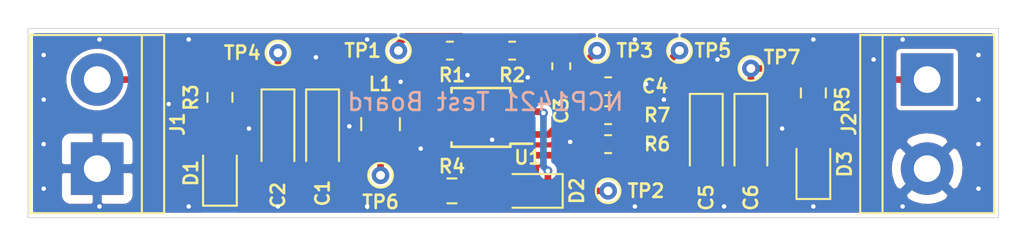
<source format=kicad_pcb>
(kicad_pcb (version 20171130) (host pcbnew 5.1.4+dfsg1-1)

  (general
    (thickness 1.6)
    (drawings 6)
    (tracks 115)
    (zones 0)
    (modules 27)
    (nets 12)
  )

  (page A4)
  (title_block
    (title "NCP1421 Test Board")
    (date 2020-03-08)
    (rev A)
  )

  (layers
    (0 F.Cu signal)
    (31 B.Cu signal)
    (32 B.Adhes user)
    (33 F.Adhes user)
    (34 B.Paste user)
    (35 F.Paste user)
    (36 B.SilkS user)
    (37 F.SilkS user)
    (38 B.Mask user)
    (39 F.Mask user)
    (40 Dwgs.User user)
    (41 Cmts.User user)
    (42 Eco1.User user)
    (43 Eco2.User user)
    (44 Edge.Cuts user)
    (45 Margin user)
    (46 B.CrtYd user)
    (47 F.CrtYd user)
    (48 B.Fab user)
    (49 F.Fab user)
  )

  (setup
    (last_trace_width 0.381)
    (trace_clearance 0.1524)
    (zone_clearance 0.254)
    (zone_45_only no)
    (trace_min 0.2)
    (via_size 0.508)
    (via_drill 0.254)
    (via_min_size 0.508)
    (via_min_drill 0.254)
    (uvia_size 0.3)
    (uvia_drill 0.1)
    (uvias_allowed no)
    (uvia_min_size 0.2)
    (uvia_min_drill 0.1)
    (edge_width 0.05)
    (segment_width 0.2)
    (pcb_text_width 0.3)
    (pcb_text_size 1.5 1.5)
    (mod_edge_width 0.12)
    (mod_text_size 1 1)
    (mod_text_width 0.15)
    (pad_size 1.524 1.524)
    (pad_drill 0.762)
    (pad_to_mask_clearance 0)
    (solder_mask_min_width 0.25)
    (aux_axis_origin 0 0)
    (visible_elements FFFFFFFF)
    (pcbplotparams
      (layerselection 0x010fc_ffffffff)
      (usegerberextensions false)
      (usegerberattributes false)
      (usegerberadvancedattributes false)
      (creategerberjobfile true)
      (excludeedgelayer true)
      (linewidth 0.100000)
      (plotframeref false)
      (viasonmask true)
      (mode 1)
      (useauxorigin false)
      (hpglpennumber 1)
      (hpglpenspeed 20)
      (hpglpendiameter 15.000000)
      (psnegative false)
      (psa4output false)
      (plotreference true)
      (plotvalue true)
      (plotinvisibletext false)
      (padsonsilk false)
      (subtractmaskfromsilk false)
      (outputformat 1)
      (mirror false)
      (drillshape 0)
      (scaleselection 1)
      (outputdirectory "plots/"))
  )

  (net 0 "")
  (net 1 GND)
  (net 2 +BATT)
  (net 3 Vboost)
  (net 4 LBO)
  (net 5 "Net-(D1-Pad2)")
  (net 6 "Net-(D3-Pad2)")
  (net 7 /ncp_ref)
  (net 8 /ncp_fb)
  (net 9 /ncp_lx)
  (net 10 /ncp_lbi_en)
  (net 11 "Net-(D2-Pad2)")

  (net_class Default "This is the default net class."
    (clearance 0.1524)
    (trace_width 0.381)
    (via_dia 0.508)
    (via_drill 0.254)
    (uvia_dia 0.3)
    (uvia_drill 0.1)
    (add_net +BATT)
    (add_net /ncp_fb)
    (add_net /ncp_lbi_en)
    (add_net /ncp_lx)
    (add_net /ncp_ref)
    (add_net GND)
    (add_net LBO)
    (add_net "Net-(D1-Pad2)")
    (add_net "Net-(D2-Pad2)")
    (add_net "Net-(D3-Pad2)")
    (add_net Vboost)
  )

  (module Capacitor_Tantalum_SMD:CP_EIA-3216-18_Kemet-A_Pad1.58x1.35mm_HandSolder (layer F.Cu) (tedit 5B301BBE) (tstamp 5E81B926)
    (at 172.593 141.478 270)
    (descr "Tantalum Capacitor SMD Kemet-A (3216-18 Metric), IPC_7351 nominal, (Body size from: http://www.kemet.com/Lists/ProductCatalog/Attachments/253/KEM_TC101_STD.pdf), generated with kicad-footprint-generator")
    (tags "capacitor tantalum")
    (path /5E81E9A7)
    (attr smd)
    (fp_text reference C5 (at 3.429 0 90) (layer F.SilkS)
      (effects (font (size 0.762 0.762) (thickness 0.15)))
    )
    (fp_text value 10uF (at 2.413 0.254 180) (layer F.Fab)
      (effects (font (size 0.762 0.762) (thickness 0.15)))
    )
    (fp_text user %R (at 0 0 90) (layer F.Fab)
      (effects (font (size 0.8 0.8) (thickness 0.12)))
    )
    (fp_line (start 2.48 1.05) (end -2.48 1.05) (layer F.CrtYd) (width 0.05))
    (fp_line (start 2.48 -1.05) (end 2.48 1.05) (layer F.CrtYd) (width 0.05))
    (fp_line (start -2.48 -1.05) (end 2.48 -1.05) (layer F.CrtYd) (width 0.05))
    (fp_line (start -2.48 1.05) (end -2.48 -1.05) (layer F.CrtYd) (width 0.05))
    (fp_line (start -2.485 0.935) (end 1.6 0.935) (layer F.SilkS) (width 0.12))
    (fp_line (start -2.485 -0.935) (end -2.485 0.935) (layer F.SilkS) (width 0.12))
    (fp_line (start 1.6 -0.935) (end -2.485 -0.935) (layer F.SilkS) (width 0.12))
    (fp_line (start 1.6 0.8) (end 1.6 -0.8) (layer F.Fab) (width 0.1))
    (fp_line (start -1.6 0.8) (end 1.6 0.8) (layer F.Fab) (width 0.1))
    (fp_line (start -1.6 -0.4) (end -1.6 0.8) (layer F.Fab) (width 0.1))
    (fp_line (start -1.2 -0.8) (end -1.6 -0.4) (layer F.Fab) (width 0.1))
    (fp_line (start 1.6 -0.8) (end -1.2 -0.8) (layer F.Fab) (width 0.1))
    (pad 2 smd roundrect (at 1.4375 0 270) (size 1.575 1.35) (layers F.Cu F.Paste F.Mask) (roundrect_rratio 0.185185)
      (net 1 GND))
    (pad 1 smd roundrect (at -1.4375 0 270) (size 1.575 1.35) (layers F.Cu F.Paste F.Mask) (roundrect_rratio 0.185185)
      (net 3 Vboost))
    (model ${KISYS3DMOD}/Capacitor_Tantalum_SMD.3dshapes/CP_EIA-3216-18_Kemet-A.wrl
      (at (xyz 0 0 0))
      (scale (xyz 1 1 1))
      (rotate (xyz 0 0 0))
    )
  )

  (module Capacitor_Tantalum_SMD:CP_EIA-3216-18_Kemet-A_Pad1.58x1.35mm_HandSolder (layer F.Cu) (tedit 5B301BBE) (tstamp 5E81B913)
    (at 148.209 141.224 270)
    (descr "Tantalum Capacitor SMD Kemet-A (3216-18 Metric), IPC_7351 nominal, (Body size from: http://www.kemet.com/Lists/ProductCatalog/Attachments/253/KEM_TC101_STD.pdf), generated with kicad-footprint-generator")
    (tags "capacitor tantalum")
    (path /5E82F065)
    (attr smd)
    (fp_text reference C2 (at 3.556 0 90) (layer F.SilkS)
      (effects (font (size 0.762 0.762) (thickness 0.15)))
    )
    (fp_text value 10uF (at 2.286 0.254 180) (layer F.Fab)
      (effects (font (size 0.762 0.762) (thickness 0.15)))
    )
    (fp_line (start 1.6 -0.8) (end -1.2 -0.8) (layer F.Fab) (width 0.1))
    (fp_line (start -1.2 -0.8) (end -1.6 -0.4) (layer F.Fab) (width 0.1))
    (fp_line (start -1.6 -0.4) (end -1.6 0.8) (layer F.Fab) (width 0.1))
    (fp_line (start -1.6 0.8) (end 1.6 0.8) (layer F.Fab) (width 0.1))
    (fp_line (start 1.6 0.8) (end 1.6 -0.8) (layer F.Fab) (width 0.1))
    (fp_line (start 1.6 -0.935) (end -2.485 -0.935) (layer F.SilkS) (width 0.12))
    (fp_line (start -2.485 -0.935) (end -2.485 0.935) (layer F.SilkS) (width 0.12))
    (fp_line (start -2.485 0.935) (end 1.6 0.935) (layer F.SilkS) (width 0.12))
    (fp_line (start -2.48 1.05) (end -2.48 -1.05) (layer F.CrtYd) (width 0.05))
    (fp_line (start -2.48 -1.05) (end 2.48 -1.05) (layer F.CrtYd) (width 0.05))
    (fp_line (start 2.48 -1.05) (end 2.48 1.05) (layer F.CrtYd) (width 0.05))
    (fp_line (start 2.48 1.05) (end -2.48 1.05) (layer F.CrtYd) (width 0.05))
    (fp_text user %R (at 0 0 90) (layer F.Fab)
      (effects (font (size 0.8 0.8) (thickness 0.12)))
    )
    (pad 1 smd roundrect (at -1.4375 0 270) (size 1.575 1.35) (layers F.Cu F.Paste F.Mask) (roundrect_rratio 0.185185)
      (net 2 +BATT))
    (pad 2 smd roundrect (at 1.4375 0 270) (size 1.575 1.35) (layers F.Cu F.Paste F.Mask) (roundrect_rratio 0.185185)
      (net 1 GND))
    (model ${KISYS3DMOD}/Capacitor_Tantalum_SMD.3dshapes/CP_EIA-3216-18_Kemet-A.wrl
      (at (xyz 0 0 0))
      (scale (xyz 1 1 1))
      (rotate (xyz 0 0 0))
    )
  )

  (module LED_SMD:LED_0805_2012Metric_Pad1.15x1.40mm_HandSolder (layer F.Cu) (tedit 5B4B45C9) (tstamp 5E6537DF)
    (at 178.689 143.129 90)
    (descr "LED SMD 0805 (2012 Metric), square (rectangular) end terminal, IPC_7351 nominal, (Body size source: https://docs.google.com/spreadsheets/d/1BsfQQcO9C6DZCsRaXUlFlo91Tg2WpOkGARC1WS5S8t0/edit?usp=sharing), generated with kicad-footprint-generator")
    (tags "LED handsolder")
    (path /5E6E4162)
    (attr smd)
    (fp_text reference D3 (at 0.127 1.778 90) (layer F.SilkS)
      (effects (font (size 0.762 0.762) (thickness 0.15)))
    )
    (fp_text value "LED G" (at 0.127 1.27 90) (layer F.Fab)
      (effects (font (size 0.762 0.762) (thickness 0.15)))
    )
    (fp_text user %R (at 0 0 90) (layer F.Fab)
      (effects (font (size 0.5 0.5) (thickness 0.08)))
    )
    (fp_line (start 1.85 0.95) (end -1.85 0.95) (layer F.CrtYd) (width 0.05))
    (fp_line (start 1.85 -0.95) (end 1.85 0.95) (layer F.CrtYd) (width 0.05))
    (fp_line (start -1.85 -0.95) (end 1.85 -0.95) (layer F.CrtYd) (width 0.05))
    (fp_line (start -1.85 0.95) (end -1.85 -0.95) (layer F.CrtYd) (width 0.05))
    (fp_line (start -1.86 0.96) (end 1 0.96) (layer F.SilkS) (width 0.12))
    (fp_line (start -1.86 -0.96) (end -1.86 0.96) (layer F.SilkS) (width 0.12))
    (fp_line (start 1 -0.96) (end -1.86 -0.96) (layer F.SilkS) (width 0.12))
    (fp_line (start 1 0.6) (end 1 -0.6) (layer F.Fab) (width 0.1))
    (fp_line (start -1 0.6) (end 1 0.6) (layer F.Fab) (width 0.1))
    (fp_line (start -1 -0.3) (end -1 0.6) (layer F.Fab) (width 0.1))
    (fp_line (start -0.7 -0.6) (end -1 -0.3) (layer F.Fab) (width 0.1))
    (fp_line (start 1 -0.6) (end -0.7 -0.6) (layer F.Fab) (width 0.1))
    (pad 2 smd roundrect (at 1.025 0 90) (size 1.15 1.4) (layers F.Cu F.Paste F.Mask) (roundrect_rratio 0.217391)
      (net 6 "Net-(D3-Pad2)"))
    (pad 1 smd roundrect (at -1.025 0 90) (size 1.15 1.4) (layers F.Cu F.Paste F.Mask) (roundrect_rratio 0.217391)
      (net 1 GND))
    (model ${KISYS3DMOD}/LED_SMD.3dshapes/LED_0805_2012Metric.wrl
      (at (xyz 0 0 0))
      (scale (xyz 1 1 1))
      (rotate (xyz 0 0 0))
    )
  )

  (module LED_SMD:LED_0805_2012Metric_Pad1.15x1.40mm_HandSolder (layer F.Cu) (tedit 5B4B45C9) (tstamp 5E81D770)
    (at 162.56 144.526 180)
    (descr "LED SMD 0805 (2012 Metric), square (rectangular) end terminal, IPC_7351 nominal, (Body size source: https://docs.google.com/spreadsheets/d/1BsfQQcO9C6DZCsRaXUlFlo91Tg2WpOkGARC1WS5S8t0/edit?usp=sharing), generated with kicad-footprint-generator")
    (tags "LED handsolder")
    (path /5E6D3BCC)
    (attr smd)
    (fp_text reference D2 (at -2.667 0 90) (layer F.SilkS)
      (effects (font (size 0.762 0.762) (thickness 0.15)))
    )
    (fp_text value "LED G" (at 0 -1.27) (layer F.Fab)
      (effects (font (size 0.762 0.762) (thickness 0.15)))
    )
    (fp_text user %R (at 0 0) (layer F.Fab)
      (effects (font (size 0.5 0.5) (thickness 0.08)))
    )
    (fp_line (start 1.85 0.95) (end -1.85 0.95) (layer F.CrtYd) (width 0.05))
    (fp_line (start 1.85 -0.95) (end 1.85 0.95) (layer F.CrtYd) (width 0.05))
    (fp_line (start -1.85 -0.95) (end 1.85 -0.95) (layer F.CrtYd) (width 0.05))
    (fp_line (start -1.85 0.95) (end -1.85 -0.95) (layer F.CrtYd) (width 0.05))
    (fp_line (start -1.86 0.96) (end 1 0.96) (layer F.SilkS) (width 0.12))
    (fp_line (start -1.86 -0.96) (end -1.86 0.96) (layer F.SilkS) (width 0.12))
    (fp_line (start 1 -0.96) (end -1.86 -0.96) (layer F.SilkS) (width 0.12))
    (fp_line (start 1 0.6) (end 1 -0.6) (layer F.Fab) (width 0.1))
    (fp_line (start -1 0.6) (end 1 0.6) (layer F.Fab) (width 0.1))
    (fp_line (start -1 -0.3) (end -1 0.6) (layer F.Fab) (width 0.1))
    (fp_line (start -0.7 -0.6) (end -1 -0.3) (layer F.Fab) (width 0.1))
    (fp_line (start 1 -0.6) (end -0.7 -0.6) (layer F.Fab) (width 0.1))
    (pad 2 smd roundrect (at 1.025 0 180) (size 1.15 1.4) (layers F.Cu F.Paste F.Mask) (roundrect_rratio 0.217391)
      (net 11 "Net-(D2-Pad2)"))
    (pad 1 smd roundrect (at -1.025 0 180) (size 1.15 1.4) (layers F.Cu F.Paste F.Mask) (roundrect_rratio 0.217391)
      (net 4 LBO))
    (model ${KISYS3DMOD}/LED_SMD.3dshapes/LED_0805_2012Metric.wrl
      (at (xyz 0 0 0))
      (scale (xyz 1 1 1))
      (rotate (xyz 0 0 0))
    )
  )

  (module LED_SMD:LED_0805_2012Metric_Pad1.15x1.40mm_HandSolder (layer F.Cu) (tedit 5B4B45C9) (tstamp 5E654A32)
    (at 144.907 143.51 90)
    (descr "LED SMD 0805 (2012 Metric), square (rectangular) end terminal, IPC_7351 nominal, (Body size source: https://docs.google.com/spreadsheets/d/1BsfQQcO9C6DZCsRaXUlFlo91Tg2WpOkGARC1WS5S8t0/edit?usp=sharing), generated with kicad-footprint-generator")
    (tags "LED handsolder")
    (path /5E6DDF2A)
    (attr smd)
    (fp_text reference D1 (at 0 -1.65 90) (layer F.SilkS)
      (effects (font (size 0.762 0.762) (thickness 0.15)))
    )
    (fp_text value "LED G" (at 0.127 -1.143 90) (layer F.Fab)
      (effects (font (size 0.762 0.762) (thickness 0.15)))
    )
    (fp_text user %R (at 0 0 90) (layer F.Fab)
      (effects (font (size 0.5 0.5) (thickness 0.08)))
    )
    (fp_line (start 1.85 0.95) (end -1.85 0.95) (layer F.CrtYd) (width 0.05))
    (fp_line (start 1.85 -0.95) (end 1.85 0.95) (layer F.CrtYd) (width 0.05))
    (fp_line (start -1.85 -0.95) (end 1.85 -0.95) (layer F.CrtYd) (width 0.05))
    (fp_line (start -1.85 0.95) (end -1.85 -0.95) (layer F.CrtYd) (width 0.05))
    (fp_line (start -1.86 0.96) (end 1 0.96) (layer F.SilkS) (width 0.12))
    (fp_line (start -1.86 -0.96) (end -1.86 0.96) (layer F.SilkS) (width 0.12))
    (fp_line (start 1 -0.96) (end -1.86 -0.96) (layer F.SilkS) (width 0.12))
    (fp_line (start 1 0.6) (end 1 -0.6) (layer F.Fab) (width 0.1))
    (fp_line (start -1 0.6) (end 1 0.6) (layer F.Fab) (width 0.1))
    (fp_line (start -1 -0.3) (end -1 0.6) (layer F.Fab) (width 0.1))
    (fp_line (start -0.7 -0.6) (end -1 -0.3) (layer F.Fab) (width 0.1))
    (fp_line (start 1 -0.6) (end -0.7 -0.6) (layer F.Fab) (width 0.1))
    (pad 2 smd roundrect (at 1.025 0 90) (size 1.15 1.4) (layers F.Cu F.Paste F.Mask) (roundrect_rratio 0.217391)
      (net 5 "Net-(D1-Pad2)"))
    (pad 1 smd roundrect (at -1.025 0 90) (size 1.15 1.4) (layers F.Cu F.Paste F.Mask) (roundrect_rratio 0.217391)
      (net 1 GND))
    (model ${KISYS3DMOD}/LED_SMD.3dshapes/LED_0805_2012Metric.wrl
      (at (xyz 0 0 0))
      (scale (xyz 1 1 1))
      (rotate (xyz 0 0 0))
    )
  )

  (module Capacitor_Tantalum_SMD:CP_EIA-3216-18_Kemet-A_Pad1.58x1.35mm_HandSolder (layer F.Cu) (tedit 5B301BBE) (tstamp 5E64E2D5)
    (at 175.133 141.478 270)
    (descr "Tantalum Capacitor SMD Kemet-A (3216-18 Metric), IPC_7351 nominal, (Body size from: http://www.kemet.com/Lists/ProductCatalog/Attachments/253/KEM_TC101_STD.pdf), generated with kicad-footprint-generator")
    (tags "capacitor tantalum")
    (path /5E658928)
    (attr smd)
    (fp_text reference C6 (at 3.429 0 90) (layer F.SilkS)
      (effects (font (size 0.762 0.762) (thickness 0.15)))
    )
    (fp_text value 10uF (at 2.413 -0.254 180) (layer F.Fab)
      (effects (font (size 0.762 0.762) (thickness 0.15)))
    )
    (fp_text user %R (at 0 0 90) (layer F.Fab)
      (effects (font (size 0.8 0.8) (thickness 0.12)))
    )
    (fp_line (start 2.48 1.05) (end -2.48 1.05) (layer F.CrtYd) (width 0.05))
    (fp_line (start 2.48 -1.05) (end 2.48 1.05) (layer F.CrtYd) (width 0.05))
    (fp_line (start -2.48 -1.05) (end 2.48 -1.05) (layer F.CrtYd) (width 0.05))
    (fp_line (start -2.48 1.05) (end -2.48 -1.05) (layer F.CrtYd) (width 0.05))
    (fp_line (start -2.485 0.935) (end 1.6 0.935) (layer F.SilkS) (width 0.12))
    (fp_line (start -2.485 -0.935) (end -2.485 0.935) (layer F.SilkS) (width 0.12))
    (fp_line (start 1.6 -0.935) (end -2.485 -0.935) (layer F.SilkS) (width 0.12))
    (fp_line (start 1.6 0.8) (end 1.6 -0.8) (layer F.Fab) (width 0.1))
    (fp_line (start -1.6 0.8) (end 1.6 0.8) (layer F.Fab) (width 0.1))
    (fp_line (start -1.6 -0.4) (end -1.6 0.8) (layer F.Fab) (width 0.1))
    (fp_line (start -1.2 -0.8) (end -1.6 -0.4) (layer F.Fab) (width 0.1))
    (fp_line (start 1.6 -0.8) (end -1.2 -0.8) (layer F.Fab) (width 0.1))
    (pad 2 smd roundrect (at 1.4375 0 270) (size 1.575 1.35) (layers F.Cu F.Paste F.Mask) (roundrect_rratio 0.185185)
      (net 1 GND))
    (pad 1 smd roundrect (at -1.4375 0 270) (size 1.575 1.35) (layers F.Cu F.Paste F.Mask) (roundrect_rratio 0.185185)
      (net 3 Vboost))
    (model ${KISYS3DMOD}/Capacitor_Tantalum_SMD.3dshapes/CP_EIA-3216-18_Kemet-A.wrl
      (at (xyz 0 0 0))
      (scale (xyz 1 1 1))
      (rotate (xyz 0 0 0))
    )
  )

  (module Capacitor_Tantalum_SMD:CP_EIA-3216-18_Kemet-A_Pad1.58x1.35mm_HandSolder (layer F.Cu) (tedit 5B301BBE) (tstamp 5E86A796)
    (at 150.749 141.224 270)
    (descr "Tantalum Capacitor SMD Kemet-A (3216-18 Metric), IPC_7351 nominal, (Body size from: http://www.kemet.com/Lists/ProductCatalog/Attachments/253/KEM_TC101_STD.pdf), generated with kicad-footprint-generator")
    (tags "capacitor tantalum")
    (path /5E65894C)
    (attr smd)
    (fp_text reference C1 (at 3.429 0 90) (layer F.SilkS)
      (effects (font (size 0.762 0.762) (thickness 0.15)))
    )
    (fp_text value 10uF (at 2.286 -0.127 180) (layer F.Fab)
      (effects (font (size 0.762 0.762) (thickness 0.15)))
    )
    (fp_line (start 1.6 -0.8) (end -1.2 -0.8) (layer F.Fab) (width 0.1))
    (fp_line (start -1.2 -0.8) (end -1.6 -0.4) (layer F.Fab) (width 0.1))
    (fp_line (start -1.6 -0.4) (end -1.6 0.8) (layer F.Fab) (width 0.1))
    (fp_line (start -1.6 0.8) (end 1.6 0.8) (layer F.Fab) (width 0.1))
    (fp_line (start 1.6 0.8) (end 1.6 -0.8) (layer F.Fab) (width 0.1))
    (fp_line (start 1.6 -0.935) (end -2.485 -0.935) (layer F.SilkS) (width 0.12))
    (fp_line (start -2.485 -0.935) (end -2.485 0.935) (layer F.SilkS) (width 0.12))
    (fp_line (start -2.485 0.935) (end 1.6 0.935) (layer F.SilkS) (width 0.12))
    (fp_line (start -2.48 1.05) (end -2.48 -1.05) (layer F.CrtYd) (width 0.05))
    (fp_line (start -2.48 -1.05) (end 2.48 -1.05) (layer F.CrtYd) (width 0.05))
    (fp_line (start 2.48 -1.05) (end 2.48 1.05) (layer F.CrtYd) (width 0.05))
    (fp_line (start 2.48 1.05) (end -2.48 1.05) (layer F.CrtYd) (width 0.05))
    (fp_text user %R (at 0 0 90) (layer F.Fab)
      (effects (font (size 0.8 0.8) (thickness 0.12)))
    )
    (pad 1 smd roundrect (at -1.4375 0 270) (size 1.575 1.35) (layers F.Cu F.Paste F.Mask) (roundrect_rratio 0.185185)
      (net 2 +BATT))
    (pad 2 smd roundrect (at 1.4375 0 270) (size 1.575 1.35) (layers F.Cu F.Paste F.Mask) (roundrect_rratio 0.185185)
      (net 1 GND))
    (model ${KISYS3DMOD}/Capacitor_Tantalum_SMD.3dshapes/CP_EIA-3216-18_Kemet-A.wrl
      (at (xyz 0 0 0))
      (scale (xyz 1 1 1))
      (rotate (xyz 0 0 0))
    )
  )

  (module TestPoint:TestPoint_THTPad_D1.0mm_Drill0.5mm (layer F.Cu) (tedit 5A0F774F) (tstamp 5E64E36A)
    (at 175.133 137.541)
    (descr "THT pad as test Point, diameter 1.0mm, hole diameter 0.5mm")
    (tags "test point THT pad")
    (path /5E65A850)
    (attr virtual)
    (fp_text reference TP7 (at 1.778 -0.635) (layer F.SilkS)
      (effects (font (size 0.762 0.762) (thickness 0.15)))
    )
    (fp_text value TestPoint (at 0 -4.191 90) (layer F.Fab) hide
      (effects (font (size 1 1) (thickness 0.15)))
    )
    (fp_circle (center 0 0) (end 0 0.7) (layer F.SilkS) (width 0.12))
    (fp_circle (center 0 0) (end 1 0) (layer F.CrtYd) (width 0.05))
    (fp_text user %R (at 0 0.127) (layer F.Fab)
      (effects (font (size 0.762 0.762) (thickness 0.15)))
    )
    (pad 1 thru_hole circle (at 0 0) (size 1 1) (drill 0.5) (layers *.Cu *.Mask)
      (net 3 Vboost))
  )

  (module TestPoint:TestPoint_THTPad_D1.0mm_Drill0.5mm (layer F.Cu) (tedit 5A0F774F) (tstamp 5E64E35A)
    (at 171.069 136.525)
    (descr "THT pad as test Point, diameter 1.0mm, hole diameter 0.5mm")
    (tags "test point THT pad")
    (path /5E65E5D2)
    (attr virtual)
    (fp_text reference TP5 (at 1.905 0) (layer F.SilkS)
      (effects (font (size 0.762 0.762) (thickness 0.15)))
    )
    (fp_text value TestPoint (at 0 -4.318 90) (layer F.Fab) hide
      (effects (font (size 1 1) (thickness 0.15)))
    )
    (fp_circle (center 0 0) (end 0 0.7) (layer F.SilkS) (width 0.12))
    (fp_circle (center 0 0) (end 1 0) (layer F.CrtYd) (width 0.05))
    (fp_text user %R (at 0 0) (layer F.Fab)
      (effects (font (size 0.762 0.762) (thickness 0.15)))
    )
    (pad 1 thru_hole circle (at 0 0) (size 1 1) (drill 0.5) (layers *.Cu *.Mask)
      (net 8 /ncp_fb))
  )

  (module TestPoint:TestPoint_THTPad_D1.0mm_Drill0.5mm (layer F.Cu) (tedit 5A0F774F) (tstamp 5E81CC4A)
    (at 154.051 143.637 180)
    (descr "THT pad as test Point, diameter 1.0mm, hole diameter 0.5mm")
    (tags "test point THT pad")
    (path /5E653B00)
    (attr virtual)
    (fp_text reference TP6 (at 0 -1.524) (layer F.SilkS)
      (effects (font (size 0.762 0.762) (thickness 0.15)))
    )
    (fp_text value TestPoint (at 0 -4.318 90) (layer F.Fab) hide
      (effects (font (size 1 1) (thickness 0.15)))
    )
    (fp_circle (center 0 0) (end 0 0.7) (layer F.SilkS) (width 0.12))
    (fp_circle (center 0 0) (end 1 0) (layer F.CrtYd) (width 0.05))
    (fp_text user %R (at 0 -0.254) (layer F.Fab)
      (effects (font (size 0.762 0.762) (thickness 0.15)))
    )
    (pad 1 thru_hole circle (at 0 0 180) (size 1 1) (drill 0.5) (layers *.Cu *.Mask)
      (net 9 /ncp_lx))
  )

  (module TestPoint:TestPoint_THTPad_D1.0mm_Drill0.5mm (layer F.Cu) (tedit 5A0F774F) (tstamp 5E64E34A)
    (at 148.209 136.652)
    (descr "THT pad as test Point, diameter 1.0mm, hole diameter 0.5mm")
    (tags "test point THT pad")
    (path /5E652D1C)
    (attr virtual)
    (fp_text reference TP4 (at -2.032 0 180) (layer F.SilkS)
      (effects (font (size 0.762 0.762) (thickness 0.15)))
    )
    (fp_text value TestPoint (at 0 -5.08 90) (layer F.Fab) hide
      (effects (font (size 1 1) (thickness 0.15)))
    )
    (fp_circle (center 0 0) (end 0 0.7) (layer F.SilkS) (width 0.12))
    (fp_circle (center 0 0) (end 1 0) (layer F.CrtYd) (width 0.05))
    (fp_text user %R (at 0 0 180) (layer F.Fab)
      (effects (font (size 0.762 0.762) (thickness 0.15)))
    )
    (pad 1 thru_hole circle (at 0 0) (size 1 1) (drill 0.5) (layers *.Cu *.Mask)
      (net 2 +BATT))
  )

  (module TestPoint:TestPoint_THTPad_D1.0mm_Drill0.5mm (layer F.Cu) (tedit 5A0F774F) (tstamp 5E654245)
    (at 166.37 136.525)
    (descr "THT pad as test Point, diameter 1.0mm, hole diameter 0.5mm")
    (tags "test point THT pad")
    (path /5E669962)
    (attr virtual)
    (fp_text reference TP3 (at 2.159 0) (layer F.SilkS)
      (effects (font (size 0.762 0.762) (thickness 0.15)))
    )
    (fp_text value TestPoint (at 0 -4.318 90) (layer F.Fab) hide
      (effects (font (size 1 1) (thickness 0.15)))
    )
    (fp_circle (center 0 0) (end 0 0.7) (layer F.SilkS) (width 0.12))
    (fp_circle (center 0 0) (end 1 0) (layer F.CrtYd) (width 0.05))
    (fp_text user %R (at 0 0) (layer F.Fab)
      (effects (font (size 0.762 0.762) (thickness 0.15)))
    )
    (pad 1 thru_hole circle (at 0 0) (size 1 1) (drill 0.5) (layers *.Cu *.Mask)
      (net 7 /ncp_ref))
  )

  (module TestPoint:TestPoint_THTPad_D1.0mm_Drill0.5mm (layer F.Cu) (tedit 5A0F774F) (tstamp 5E81D3F3)
    (at 167.005 144.526 180)
    (descr "THT pad as test Point, diameter 1.0mm, hole diameter 0.5mm")
    (tags "test point THT pad")
    (path /5E675813)
    (attr virtual)
    (fp_text reference TP2 (at -2.159 0) (layer F.SilkS)
      (effects (font (size 0.762 0.762) (thickness 0.15)))
    )
    (fp_text value TestPoint (at 0 -4.191 90) (layer F.Fab) hide
      (effects (font (size 1 1) (thickness 0.15)))
    )
    (fp_circle (center 0 0) (end 0 0.7) (layer F.SilkS) (width 0.12))
    (fp_circle (center 0 0) (end 1 0) (layer F.CrtYd) (width 0.05))
    (fp_text user %R (at 0 -0.127) (layer F.Fab)
      (effects (font (size 0.762 0.762) (thickness 0.15)))
    )
    (pad 1 thru_hole circle (at 0 0 180) (size 1 1) (drill 0.5) (layers *.Cu *.Mask)
      (net 4 LBO))
  )

  (module TestPoint:TestPoint_THTPad_D1.0mm_Drill0.5mm (layer F.Cu) (tedit 5A0F774F) (tstamp 5E81EAE7)
    (at 155.067 136.525 180)
    (descr "THT pad as test Point, diameter 1.0mm, hole diameter 0.5mm")
    (tags "test point THT pad")
    (path /5E6515AD)
    (attr virtual)
    (fp_text reference TP1 (at 2.032 0) (layer F.SilkS)
      (effects (font (size 0.762 0.762) (thickness 0.15)))
    )
    (fp_text value TestPoint (at -0.127 3.937 270) (layer F.Fab) hide
      (effects (font (size 1 1) (thickness 0.15)))
    )
    (fp_circle (center 0 0) (end 0 0.7) (layer F.SilkS) (width 0.12))
    (fp_circle (center 0 0) (end 1 0) (layer F.CrtYd) (width 0.05))
    (fp_text user %R (at 0 -0.254) (layer F.Fab)
      (effects (font (size 0.762 0.762) (thickness 0.15)))
    )
    (pad 1 thru_hole circle (at 0 0 180) (size 1 1) (drill 0.5) (layers *.Cu *.Mask)
      (net 10 /ncp_lbi_en))
  )

  (module Resistor_SMD:R_0805_2012Metric_Pad1.15x1.40mm_HandSolder (layer F.Cu) (tedit 5B36C52B) (tstamp 5E6535ED)
    (at 178.689 138.938 270)
    (descr "Resistor SMD 0805 (2012 Metric), square (rectangular) end terminal, IPC_7351 nominal with elongated pad for handsoldering. (Body size source: https://docs.google.com/spreadsheets/d/1BsfQQcO9C6DZCsRaXUlFlo91Tg2WpOkGARC1WS5S8t0/edit?usp=sharing), generated with kicad-footprint-generator")
    (tags "resistor handsolder")
    (path /5E6E4168)
    (attr smd)
    (fp_text reference R5 (at 0.381 -1.651 90) (layer F.SilkS)
      (effects (font (size 0.762 0.762) (thickness 0.15)))
    )
    (fp_text value 330 (at 0 -1.27 90) (layer F.Fab)
      (effects (font (size 0.762 0.762) (thickness 0.15)))
    )
    (fp_text user %R (at 0 0 90) (layer F.Fab)
      (effects (font (size 0.5 0.5) (thickness 0.08)))
    )
    (fp_line (start 1.85 0.95) (end -1.85 0.95) (layer F.CrtYd) (width 0.05))
    (fp_line (start 1.85 -0.95) (end 1.85 0.95) (layer F.CrtYd) (width 0.05))
    (fp_line (start -1.85 -0.95) (end 1.85 -0.95) (layer F.CrtYd) (width 0.05))
    (fp_line (start -1.85 0.95) (end -1.85 -0.95) (layer F.CrtYd) (width 0.05))
    (fp_line (start -0.261252 0.71) (end 0.261252 0.71) (layer F.SilkS) (width 0.12))
    (fp_line (start -0.261252 -0.71) (end 0.261252 -0.71) (layer F.SilkS) (width 0.12))
    (fp_line (start 1 0.6) (end -1 0.6) (layer F.Fab) (width 0.1))
    (fp_line (start 1 -0.6) (end 1 0.6) (layer F.Fab) (width 0.1))
    (fp_line (start -1 -0.6) (end 1 -0.6) (layer F.Fab) (width 0.1))
    (fp_line (start -1 0.6) (end -1 -0.6) (layer F.Fab) (width 0.1))
    (pad 2 smd roundrect (at 1.025 0 270) (size 1.15 1.4) (layers F.Cu F.Paste F.Mask) (roundrect_rratio 0.217391)
      (net 6 "Net-(D3-Pad2)"))
    (pad 1 smd roundrect (at -1.025 0 270) (size 1.15 1.4) (layers F.Cu F.Paste F.Mask) (roundrect_rratio 0.217391)
      (net 3 Vboost))
    (model ${KISYS3DMOD}/Resistor_SMD.3dshapes/R_0805_2012Metric.wrl
      (at (xyz 0 0 0))
      (scale (xyz 1 1 1))
      (rotate (xyz 0 0 0))
    )
  )

  (module Resistor_SMD:R_0805_2012Metric_Pad1.15x1.40mm_HandSolder (layer F.Cu) (tedit 5B36C52B) (tstamp 5E81D73E)
    (at 158.115 144.526)
    (descr "Resistor SMD 0805 (2012 Metric), square (rectangular) end terminal, IPC_7351 nominal with elongated pad for handsoldering. (Body size source: https://docs.google.com/spreadsheets/d/1BsfQQcO9C6DZCsRaXUlFlo91Tg2WpOkGARC1WS5S8t0/edit?usp=sharing), generated with kicad-footprint-generator")
    (tags "resistor handsolder")
    (path /5E6D3BD2)
    (attr smd)
    (fp_text reference R4 (at 0 -1.397) (layer F.SilkS)
      (effects (font (size 0.762 0.762) (thickness 0.15)))
    )
    (fp_text value 330 (at 0 1.27) (layer F.Fab)
      (effects (font (size 0.762 0.762) (thickness 0.15)))
    )
    (fp_text user %R (at 0 0) (layer F.Fab)
      (effects (font (size 0.5 0.5) (thickness 0.08)))
    )
    (fp_line (start 1.85 0.95) (end -1.85 0.95) (layer F.CrtYd) (width 0.05))
    (fp_line (start 1.85 -0.95) (end 1.85 0.95) (layer F.CrtYd) (width 0.05))
    (fp_line (start -1.85 -0.95) (end 1.85 -0.95) (layer F.CrtYd) (width 0.05))
    (fp_line (start -1.85 0.95) (end -1.85 -0.95) (layer F.CrtYd) (width 0.05))
    (fp_line (start -0.261252 0.71) (end 0.261252 0.71) (layer F.SilkS) (width 0.12))
    (fp_line (start -0.261252 -0.71) (end 0.261252 -0.71) (layer F.SilkS) (width 0.12))
    (fp_line (start 1 0.6) (end -1 0.6) (layer F.Fab) (width 0.1))
    (fp_line (start 1 -0.6) (end 1 0.6) (layer F.Fab) (width 0.1))
    (fp_line (start -1 -0.6) (end 1 -0.6) (layer F.Fab) (width 0.1))
    (fp_line (start -1 0.6) (end -1 -0.6) (layer F.Fab) (width 0.1))
    (pad 2 smd roundrect (at 1.025 0) (size 1.15 1.4) (layers F.Cu F.Paste F.Mask) (roundrect_rratio 0.217391)
      (net 11 "Net-(D2-Pad2)"))
    (pad 1 smd roundrect (at -1.025 0) (size 1.15 1.4) (layers F.Cu F.Paste F.Mask) (roundrect_rratio 0.217391)
      (net 3 Vboost))
    (model ${KISYS3DMOD}/Resistor_SMD.3dshapes/R_0805_2012Metric.wrl
      (at (xyz 0 0 0))
      (scale (xyz 1 1 1))
      (rotate (xyz 0 0 0))
    )
  )

  (module Resistor_SMD:R_0805_2012Metric_Pad1.15x1.40mm_HandSolder (layer F.Cu) (tedit 5B36C52B) (tstamp 5E81D889)
    (at 144.907 139.192 270)
    (descr "Resistor SMD 0805 (2012 Metric), square (rectangular) end terminal, IPC_7351 nominal with elongated pad for handsoldering. (Body size source: https://docs.google.com/spreadsheets/d/1BsfQQcO9C6DZCsRaXUlFlo91Tg2WpOkGARC1WS5S8t0/edit?usp=sharing), generated with kicad-footprint-generator")
    (tags "resistor handsolder")
    (path /5E6DDF30)
    (attr smd)
    (fp_text reference R3 (at 0.009 1.651 90) (layer F.SilkS)
      (effects (font (size 0.762 0.762) (thickness 0.15)))
    )
    (fp_text value 180 (at 0 1.143 90) (layer F.Fab)
      (effects (font (size 0.762 0.762) (thickness 0.15)))
    )
    (fp_text user %R (at 0 0 90) (layer F.Fab)
      (effects (font (size 0.5 0.5) (thickness 0.08)))
    )
    (fp_line (start 1.85 0.95) (end -1.85 0.95) (layer F.CrtYd) (width 0.05))
    (fp_line (start 1.85 -0.95) (end 1.85 0.95) (layer F.CrtYd) (width 0.05))
    (fp_line (start -1.85 -0.95) (end 1.85 -0.95) (layer F.CrtYd) (width 0.05))
    (fp_line (start -1.85 0.95) (end -1.85 -0.95) (layer F.CrtYd) (width 0.05))
    (fp_line (start -0.261252 0.71) (end 0.261252 0.71) (layer F.SilkS) (width 0.12))
    (fp_line (start -0.261252 -0.71) (end 0.261252 -0.71) (layer F.SilkS) (width 0.12))
    (fp_line (start 1 0.6) (end -1 0.6) (layer F.Fab) (width 0.1))
    (fp_line (start 1 -0.6) (end 1 0.6) (layer F.Fab) (width 0.1))
    (fp_line (start -1 -0.6) (end 1 -0.6) (layer F.Fab) (width 0.1))
    (fp_line (start -1 0.6) (end -1 -0.6) (layer F.Fab) (width 0.1))
    (pad 2 smd roundrect (at 1.025 0 270) (size 1.15 1.4) (layers F.Cu F.Paste F.Mask) (roundrect_rratio 0.217391)
      (net 5 "Net-(D1-Pad2)"))
    (pad 1 smd roundrect (at -1.025 0 270) (size 1.15 1.4) (layers F.Cu F.Paste F.Mask) (roundrect_rratio 0.217391)
      (net 2 +BATT))
    (model ${KISYS3DMOD}/Resistor_SMD.3dshapes/R_0805_2012Metric.wrl
      (at (xyz 0 0 0))
      (scale (xyz 1 1 1))
      (rotate (xyz 0 0 0))
    )
  )

  (module TerminalBlock:TerminalBlock_bornier-2_P5.08mm (layer F.Cu) (tedit 59FF03AB) (tstamp 5E654E40)
    (at 185.166 138.176 270)
    (descr "simple 2-pin terminal block, pitch 5.08mm, revamped version of bornier2")
    (tags "terminal block bornier2")
    (path /5E68EBCD)
    (fp_text reference J2 (at 2.54 4.445 90) (layer F.SilkS)
      (effects (font (size 0.762 0.762) (thickness 0.15)))
    )
    (fp_text value Screw_Terminal_01x02 (at 2.032 -4.826 90) (layer F.Fab)
      (effects (font (size 0.762 0.762) (thickness 0.15)))
    )
    (fp_line (start 7.79 4) (end -2.71 4) (layer F.CrtYd) (width 0.05))
    (fp_line (start 7.79 4) (end 7.79 -4) (layer F.CrtYd) (width 0.05))
    (fp_line (start -2.71 -4) (end -2.71 4) (layer F.CrtYd) (width 0.05))
    (fp_line (start -2.71 -4) (end 7.79 -4) (layer F.CrtYd) (width 0.05))
    (fp_line (start -2.54 3.81) (end 7.62 3.81) (layer F.SilkS) (width 0.12))
    (fp_line (start -2.54 -3.81) (end -2.54 3.81) (layer F.SilkS) (width 0.12))
    (fp_line (start 7.62 -3.81) (end -2.54 -3.81) (layer F.SilkS) (width 0.12))
    (fp_line (start 7.62 3.81) (end 7.62 -3.81) (layer F.SilkS) (width 0.12))
    (fp_line (start 7.62 2.54) (end -2.54 2.54) (layer F.SilkS) (width 0.12))
    (fp_line (start 7.54 -3.75) (end -2.46 -3.75) (layer F.Fab) (width 0.1))
    (fp_line (start 7.54 3.75) (end 7.54 -3.75) (layer F.Fab) (width 0.1))
    (fp_line (start -2.46 3.75) (end 7.54 3.75) (layer F.Fab) (width 0.1))
    (fp_line (start -2.46 -3.75) (end -2.46 3.75) (layer F.Fab) (width 0.1))
    (fp_line (start -2.41 2.55) (end 7.49 2.55) (layer F.Fab) (width 0.1))
    (fp_text user %R (at 2.54 0 90) (layer F.Fab)
      (effects (font (size 0.762 0.762) (thickness 0.15)))
    )
    (pad 2 thru_hole circle (at 5.08 0 270) (size 3 3) (drill 1.52) (layers *.Cu *.Mask)
      (net 1 GND))
    (pad 1 thru_hole rect (at 0 0 270) (size 3 3) (drill 1.52) (layers *.Cu *.Mask)
      (net 3 Vboost))
  )

  (module TerminalBlock:TerminalBlock_bornier-2_P5.08mm (layer F.Cu) (tedit 59FF03AB) (tstamp 5E653505)
    (at 137.922 143.256 90)
    (descr "simple 2-pin terminal block, pitch 5.08mm, revamped version of bornier2")
    (tags "terminal block bornier2")
    (path /5E67DCB7)
    (fp_text reference J1 (at 2.54 4.572 90) (layer F.SilkS)
      (effects (font (size 0.762 0.762) (thickness 0.15)))
    )
    (fp_text value Screw_Terminal_01x02 (at 2.54 -4.826 90) (layer F.Fab)
      (effects (font (size 0.762 0.762) (thickness 0.15)))
    )
    (fp_line (start 7.79 4) (end -2.71 4) (layer F.CrtYd) (width 0.05))
    (fp_line (start 7.79 4) (end 7.79 -4) (layer F.CrtYd) (width 0.05))
    (fp_line (start -2.71 -4) (end -2.71 4) (layer F.CrtYd) (width 0.05))
    (fp_line (start -2.71 -4) (end 7.79 -4) (layer F.CrtYd) (width 0.05))
    (fp_line (start -2.54 3.81) (end 7.62 3.81) (layer F.SilkS) (width 0.12))
    (fp_line (start -2.54 -3.81) (end -2.54 3.81) (layer F.SilkS) (width 0.12))
    (fp_line (start 7.62 -3.81) (end -2.54 -3.81) (layer F.SilkS) (width 0.12))
    (fp_line (start 7.62 3.81) (end 7.62 -3.81) (layer F.SilkS) (width 0.12))
    (fp_line (start 7.62 2.54) (end -2.54 2.54) (layer F.SilkS) (width 0.12))
    (fp_line (start 7.54 -3.75) (end -2.46 -3.75) (layer F.Fab) (width 0.1))
    (fp_line (start 7.54 3.75) (end 7.54 -3.75) (layer F.Fab) (width 0.1))
    (fp_line (start -2.46 3.75) (end 7.54 3.75) (layer F.Fab) (width 0.1))
    (fp_line (start -2.46 -3.75) (end -2.46 3.75) (layer F.Fab) (width 0.1))
    (fp_line (start -2.41 2.55) (end 7.49 2.55) (layer F.Fab) (width 0.1))
    (fp_text user %R (at 2.54 0 90) (layer F.Fab)
      (effects (font (size 0.762 0.762) (thickness 0.15)))
    )
    (pad 2 thru_hole circle (at 5.08 0 90) (size 3 3) (drill 1.52) (layers *.Cu *.Mask)
      (net 2 +BATT))
    (pad 1 thru_hole rect (at 0 0 90) (size 3 3) (drill 1.52) (layers *.Cu *.Mask)
      (net 1 GND))
  )

  (module Package_SO:MSOP-8_3x3mm_P0.65mm (layer F.Cu) (tedit 5A02F25C) (tstamp 5E653AEF)
    (at 159.766 140.335 180)
    (descr "8-Lead Plastic Micro Small Outline Package (MS) [MSOP] (see Microchip Packaging Specification 00000049BS.pdf)")
    (tags "SSOP 0.65")
    (path /5E65891A)
    (attr smd)
    (fp_text reference U1 (at -2.667 -2.286) (layer F.SilkS)
      (effects (font (size 0.762 0.762) (thickness 0.15)))
    )
    (fp_text value NCP1421 (at 0.127 -2.286 180) (layer F.Fab)
      (effects (font (size 0.762 0.762) (thickness 0.15)))
    )
    (fp_text user %R (at 0 0) (layer F.Fab)
      (effects (font (size 0.6 0.6) (thickness 0.15)))
    )
    (fp_line (start -1.675 -1.5) (end -2.925 -1.5) (layer F.SilkS) (width 0.15))
    (fp_line (start -1.675 1.675) (end 1.675 1.675) (layer F.SilkS) (width 0.15))
    (fp_line (start -1.675 -1.675) (end 1.675 -1.675) (layer F.SilkS) (width 0.15))
    (fp_line (start -1.675 1.675) (end -1.675 1.425) (layer F.SilkS) (width 0.15))
    (fp_line (start 1.675 1.675) (end 1.675 1.425) (layer F.SilkS) (width 0.15))
    (fp_line (start 1.675 -1.675) (end 1.675 -1.425) (layer F.SilkS) (width 0.15))
    (fp_line (start -1.675 -1.675) (end -1.675 -1.5) (layer F.SilkS) (width 0.15))
    (fp_line (start -3.2 1.85) (end 3.2 1.85) (layer F.CrtYd) (width 0.05))
    (fp_line (start -3.2 -1.85) (end 3.2 -1.85) (layer F.CrtYd) (width 0.05))
    (fp_line (start 3.2 -1.85) (end 3.2 1.85) (layer F.CrtYd) (width 0.05))
    (fp_line (start -3.2 -1.85) (end -3.2 1.85) (layer F.CrtYd) (width 0.05))
    (fp_line (start -1.5 -0.5) (end -0.5 -1.5) (layer F.Fab) (width 0.15))
    (fp_line (start -1.5 1.5) (end -1.5 -0.5) (layer F.Fab) (width 0.15))
    (fp_line (start 1.5 1.5) (end -1.5 1.5) (layer F.Fab) (width 0.15))
    (fp_line (start 1.5 -1.5) (end 1.5 1.5) (layer F.Fab) (width 0.15))
    (fp_line (start -0.5 -1.5) (end 1.5 -1.5) (layer F.Fab) (width 0.15))
    (pad 8 smd rect (at 2.2 -0.975 180) (size 1.45 0.45) (layers F.Cu F.Paste F.Mask)
      (net 3 Vboost))
    (pad 7 smd rect (at 2.2 -0.325 180) (size 1.45 0.45) (layers F.Cu F.Paste F.Mask)
      (net 9 /ncp_lx))
    (pad 6 smd rect (at 2.2 0.325 180) (size 1.45 0.45) (layers F.Cu F.Paste F.Mask)
      (net 1 GND))
    (pad 5 smd rect (at 2.2 0.975 180) (size 1.45 0.45) (layers F.Cu F.Paste F.Mask)
      (net 2 +BATT))
    (pad 4 smd rect (at -2.2 0.975 180) (size 1.45 0.45) (layers F.Cu F.Paste F.Mask)
      (net 7 /ncp_ref))
    (pad 3 smd rect (at -2.2 0.325 180) (size 1.45 0.45) (layers F.Cu F.Paste F.Mask)
      (net 4 LBO))
    (pad 2 smd rect (at -2.2 -0.325 180) (size 1.45 0.45) (layers F.Cu F.Paste F.Mask)
      (net 10 /ncp_lbi_en))
    (pad 1 smd rect (at -2.2 -0.975 180) (size 1.45 0.45) (layers F.Cu F.Paste F.Mask)
      (net 8 /ncp_fb))
    (model ${KISYS3DMOD}/Package_SO.3dshapes/MSOP-8_3x3mm_P0.65mm.wrl
      (at (xyz 0 0 0))
      (scale (xyz 1 1 1))
      (rotate (xyz 0 0 0))
    )
  )

  (module Resistor_SMD:R_0603_1608Metric_Pad1.05x0.95mm_HandSolder (layer F.Cu) (tedit 5B301BBD) (tstamp 5E653D21)
    (at 167.005 140.208 180)
    (descr "Resistor SMD 0603 (1608 Metric), square (rectangular) end terminal, IPC_7351 nominal with elongated pad for handsoldering. (Body size source: http://www.tortai-tech.com/upload/download/2011102023233369053.pdf), generated with kicad-footprint-generator")
    (tags "resistor handsolder")
    (path /5E658936)
    (attr smd)
    (fp_text reference R7 (at -2.794 0 180) (layer F.SilkS)
      (effects (font (size 0.762 0.762) (thickness 0.15)))
    )
    (fp_text value 383k (at -2.667 0) (layer F.Fab)
      (effects (font (size 0.762 0.762) (thickness 0.15)))
    )
    (fp_text user %R (at 0 0) (layer F.Fab)
      (effects (font (size 0.4 0.4) (thickness 0.06)))
    )
    (fp_line (start 1.65 0.73) (end -1.65 0.73) (layer F.CrtYd) (width 0.05))
    (fp_line (start 1.65 -0.73) (end 1.65 0.73) (layer F.CrtYd) (width 0.05))
    (fp_line (start -1.65 -0.73) (end 1.65 -0.73) (layer F.CrtYd) (width 0.05))
    (fp_line (start -1.65 0.73) (end -1.65 -0.73) (layer F.CrtYd) (width 0.05))
    (fp_line (start -0.171267 0.51) (end 0.171267 0.51) (layer F.SilkS) (width 0.12))
    (fp_line (start -0.171267 -0.51) (end 0.171267 -0.51) (layer F.SilkS) (width 0.12))
    (fp_line (start 0.8 0.4) (end -0.8 0.4) (layer F.Fab) (width 0.1))
    (fp_line (start 0.8 -0.4) (end 0.8 0.4) (layer F.Fab) (width 0.1))
    (fp_line (start -0.8 -0.4) (end 0.8 -0.4) (layer F.Fab) (width 0.1))
    (fp_line (start -0.8 0.4) (end -0.8 -0.4) (layer F.Fab) (width 0.1))
    (pad 2 smd roundrect (at 0.875 0 180) (size 1.05 0.95) (layers F.Cu F.Paste F.Mask) (roundrect_rratio 0.25)
      (net 8 /ncp_fb))
    (pad 1 smd roundrect (at -0.875 0 180) (size 1.05 0.95) (layers F.Cu F.Paste F.Mask) (roundrect_rratio 0.25)
      (net 3 Vboost))
    (model ${KISYS3DMOD}/Resistor_SMD.3dshapes/R_0603_1608Metric.wrl
      (at (xyz 0 0 0))
      (scale (xyz 1 1 1))
      (rotate (xyz 0 0 0))
    )
  )

  (module Resistor_SMD:R_0603_1608Metric_Pad1.05x0.95mm_HandSolder (layer F.Cu) (tedit 5B301BBD) (tstamp 5E64E319)
    (at 167.005 141.859)
    (descr "Resistor SMD 0603 (1608 Metric), square (rectangular) end terminal, IPC_7351 nominal with elongated pad for handsoldering. (Body size source: http://www.tortai-tech.com/upload/download/2011102023233369053.pdf), generated with kicad-footprint-generator")
    (tags "resistor handsolder")
    (path /5E658940)
    (attr smd)
    (fp_text reference R6 (at 2.794 0 180) (layer F.SilkS)
      (effects (font (size 0.762 0.762) (thickness 0.15)))
    )
    (fp_text value 120k (at 2.667 0) (layer F.Fab)
      (effects (font (size 0.762 0.762) (thickness 0.15)))
    )
    (fp_text user %R (at 0 0) (layer F.Fab)
      (effects (font (size 0.4 0.4) (thickness 0.06)))
    )
    (fp_line (start 1.65 0.73) (end -1.65 0.73) (layer F.CrtYd) (width 0.05))
    (fp_line (start 1.65 -0.73) (end 1.65 0.73) (layer F.CrtYd) (width 0.05))
    (fp_line (start -1.65 -0.73) (end 1.65 -0.73) (layer F.CrtYd) (width 0.05))
    (fp_line (start -1.65 0.73) (end -1.65 -0.73) (layer F.CrtYd) (width 0.05))
    (fp_line (start -0.171267 0.51) (end 0.171267 0.51) (layer F.SilkS) (width 0.12))
    (fp_line (start -0.171267 -0.51) (end 0.171267 -0.51) (layer F.SilkS) (width 0.12))
    (fp_line (start 0.8 0.4) (end -0.8 0.4) (layer F.Fab) (width 0.1))
    (fp_line (start 0.8 -0.4) (end 0.8 0.4) (layer F.Fab) (width 0.1))
    (fp_line (start -0.8 -0.4) (end 0.8 -0.4) (layer F.Fab) (width 0.1))
    (fp_line (start -0.8 0.4) (end -0.8 -0.4) (layer F.Fab) (width 0.1))
    (pad 2 smd roundrect (at 0.875 0) (size 1.05 0.95) (layers F.Cu F.Paste F.Mask) (roundrect_rratio 0.25)
      (net 1 GND))
    (pad 1 smd roundrect (at -0.875 0) (size 1.05 0.95) (layers F.Cu F.Paste F.Mask) (roundrect_rratio 0.25)
      (net 8 /ncp_fb))
    (model ${KISYS3DMOD}/Resistor_SMD.3dshapes/R_0603_1608Metric.wrl
      (at (xyz 0 0 0))
      (scale (xyz 1 1 1))
      (rotate (xyz 0 0 0))
    )
  )

  (module Resistor_SMD:R_0603_1608Metric_Pad1.05x0.95mm_HandSolder (layer F.Cu) (tedit 5B301BBD) (tstamp 5E81CE01)
    (at 161.544 136.525)
    (descr "Resistor SMD 0603 (1608 Metric), square (rectangular) end terminal, IPC_7351 nominal with elongated pad for handsoldering. (Body size source: http://www.tortai-tech.com/upload/download/2011102023233369053.pdf), generated with kicad-footprint-generator")
    (tags "resistor handsolder")
    (path /5E6589A1)
    (attr smd)
    (fp_text reference R2 (at 0 1.397) (layer F.SilkS)
      (effects (font (size 0.762 0.762) (thickness 0.15)))
    )
    (fp_text value 47k (at 0 1.143) (layer F.Fab)
      (effects (font (size 0.762 0.762) (thickness 0.15)))
    )
    (fp_text user %R (at 0 0) (layer F.Fab)
      (effects (font (size 0.4 0.4) (thickness 0.06)))
    )
    (fp_line (start 1.65 0.73) (end -1.65 0.73) (layer F.CrtYd) (width 0.05))
    (fp_line (start 1.65 -0.73) (end 1.65 0.73) (layer F.CrtYd) (width 0.05))
    (fp_line (start -1.65 -0.73) (end 1.65 -0.73) (layer F.CrtYd) (width 0.05))
    (fp_line (start -1.65 0.73) (end -1.65 -0.73) (layer F.CrtYd) (width 0.05))
    (fp_line (start -0.171267 0.51) (end 0.171267 0.51) (layer F.SilkS) (width 0.12))
    (fp_line (start -0.171267 -0.51) (end 0.171267 -0.51) (layer F.SilkS) (width 0.12))
    (fp_line (start 0.8 0.4) (end -0.8 0.4) (layer F.Fab) (width 0.1))
    (fp_line (start 0.8 -0.4) (end 0.8 0.4) (layer F.Fab) (width 0.1))
    (fp_line (start -0.8 -0.4) (end 0.8 -0.4) (layer F.Fab) (width 0.1))
    (fp_line (start -0.8 0.4) (end -0.8 -0.4) (layer F.Fab) (width 0.1))
    (pad 2 smd roundrect (at 0.875 0) (size 1.05 0.95) (layers F.Cu F.Paste F.Mask) (roundrect_rratio 0.25)
      (net 1 GND))
    (pad 1 smd roundrect (at -0.875 0) (size 1.05 0.95) (layers F.Cu F.Paste F.Mask) (roundrect_rratio 0.25)
      (net 10 /ncp_lbi_en))
    (model ${KISYS3DMOD}/Resistor_SMD.3dshapes/R_0603_1608Metric.wrl
      (at (xyz 0 0 0))
      (scale (xyz 1 1 1))
      (rotate (xyz 0 0 0))
    )
  )

  (module Resistor_SMD:R_0603_1608Metric_Pad1.05x0.95mm_HandSolder (layer F.Cu) (tedit 5B301BBD) (tstamp 5E81CDD1)
    (at 158.002 136.525)
    (descr "Resistor SMD 0603 (1608 Metric), square (rectangular) end terminal, IPC_7351 nominal with elongated pad for handsoldering. (Body size source: http://www.tortai-tech.com/upload/download/2011102023233369053.pdf), generated with kicad-footprint-generator")
    (tags "resistor handsolder")
    (path /5E65898A)
    (attr smd)
    (fp_text reference R1 (at 0.113 1.397) (layer F.SilkS)
      (effects (font (size 0.762 0.762) (thickness 0.15)))
    )
    (fp_text value 360k (at -0.014 1.143) (layer F.Fab)
      (effects (font (size 0.762 0.762) (thickness 0.15)))
    )
    (fp_text user %R (at 0 0) (layer F.Fab)
      (effects (font (size 0.4 0.4) (thickness 0.06)))
    )
    (fp_line (start 1.65 0.73) (end -1.65 0.73) (layer F.CrtYd) (width 0.05))
    (fp_line (start 1.65 -0.73) (end 1.65 0.73) (layer F.CrtYd) (width 0.05))
    (fp_line (start -1.65 -0.73) (end 1.65 -0.73) (layer F.CrtYd) (width 0.05))
    (fp_line (start -1.65 0.73) (end -1.65 -0.73) (layer F.CrtYd) (width 0.05))
    (fp_line (start -0.171267 0.51) (end 0.171267 0.51) (layer F.SilkS) (width 0.12))
    (fp_line (start -0.171267 -0.51) (end 0.171267 -0.51) (layer F.SilkS) (width 0.12))
    (fp_line (start 0.8 0.4) (end -0.8 0.4) (layer F.Fab) (width 0.1))
    (fp_line (start 0.8 -0.4) (end 0.8 0.4) (layer F.Fab) (width 0.1))
    (fp_line (start -0.8 -0.4) (end 0.8 -0.4) (layer F.Fab) (width 0.1))
    (fp_line (start -0.8 0.4) (end -0.8 -0.4) (layer F.Fab) (width 0.1))
    (pad 2 smd roundrect (at 0.875 0) (size 1.05 0.95) (layers F.Cu F.Paste F.Mask) (roundrect_rratio 0.25)
      (net 10 /ncp_lbi_en))
    (pad 1 smd roundrect (at -0.875 0) (size 1.05 0.95) (layers F.Cu F.Paste F.Mask) (roundrect_rratio 0.25)
      (net 2 +BATT))
    (model ${KISYS3DMOD}/Resistor_SMD.3dshapes/R_0603_1608Metric.wrl
      (at (xyz 0 0 0))
      (scale (xyz 1 1 1))
      (rotate (xyz 0 0 0))
    )
  )

  (module Inductor_SMD:L_Wuerth_MAPI-2512 (layer F.Cu) (tedit 5990349D) (tstamp 5E64E2E6)
    (at 154.051 140.716 270)
    (descr "Inductor, Wuerth Elektronik, Wuerth_MAPI-2512, 2.5mmx2.0mm")
    (tags "inductor Wuerth smd")
    (path /5E658920)
    (attr smd)
    (fp_text reference L1 (at -2.286 0 180) (layer F.SilkS)
      (effects (font (size 0.762 0.762) (thickness 0.15)))
    )
    (fp_text value 10uH (at -1.905 0 180) (layer F.Fab)
      (effects (font (size 0.762 0.762) (thickness 0.15)))
    )
    (fp_line (start -0.35 1.1) (end 0.35 1.1) (layer F.SilkS) (width 0.12))
    (fp_line (start -0.35 -1.1) (end 0.35 -1.1) (layer F.SilkS) (width 0.12))
    (fp_line (start 1.75 -1.5) (end -1.75 -1.5) (layer F.CrtYd) (width 0.05))
    (fp_line (start 1.75 1.5) (end 1.75 -1.5) (layer F.CrtYd) (width 0.05))
    (fp_line (start -1.75 1.5) (end 1.75 1.5) (layer F.CrtYd) (width 0.05))
    (fp_line (start -1.75 -1.5) (end -1.75 1.5) (layer F.CrtYd) (width 0.05))
    (fp_line (start 1.25 -1) (end -1.25 -1) (layer F.Fab) (width 0.1))
    (fp_line (start 1.25 1) (end 1.25 -1) (layer F.Fab) (width 0.1))
    (fp_line (start -1.25 1) (end 1.25 1) (layer F.Fab) (width 0.1))
    (fp_line (start -1.25 -1) (end -1.25 1) (layer F.Fab) (width 0.1))
    (fp_text user %R (at 0 0 90) (layer F.Fab)
      (effects (font (size 0.6 0.6) (thickness 0.09)))
    )
    (pad 2 smd rect (at 0.975 0 270) (size 0.85 2.3) (layers F.Cu F.Paste F.Mask)
      (net 9 /ncp_lx))
    (pad 1 smd rect (at -0.975 0 270) (size 0.85 2.3) (layers F.Cu F.Paste F.Mask)
      (net 2 +BATT))
    (model /home/jacob/Documents/KiCad/pizero_hat/3DModels/74479888222_Download_STP_WE-PMI-1008LP_rev1.stp
      (offset (xyz 0 0 0.4572))
      (scale (xyz 1 1 1))
      (rotate (xyz 0 0 90))
    )
  )

  (module Capacitor_SMD:C_0603_1608Metric_Pad1.05x0.95mm_HandSolder (layer F.Cu) (tedit 5B301BBE) (tstamp 5E81DA82)
    (at 167.005 138.557)
    (descr "Capacitor SMD 0603 (1608 Metric), square (rectangular) end terminal, IPC_7351 nominal with elongated pad for handsoldering. (Body size source: http://www.tortai-tech.com/upload/download/2011102023233369053.pdf), generated with kicad-footprint-generator")
    (tags "capacitor handsolder")
    (path /5E658946)
    (attr smd)
    (fp_text reference C4 (at 2.667 0 180) (layer F.SilkS)
      (effects (font (size 0.762 0.762) (thickness 0.15)))
    )
    (fp_text value 10pF (at 2.667 0) (layer F.Fab)
      (effects (font (size 0.762 0.762) (thickness 0.15)))
    )
    (fp_text user %R (at 0 0) (layer F.Fab)
      (effects (font (size 0.4 0.4) (thickness 0.06)))
    )
    (fp_line (start 1.65 0.73) (end -1.65 0.73) (layer F.CrtYd) (width 0.05))
    (fp_line (start 1.65 -0.73) (end 1.65 0.73) (layer F.CrtYd) (width 0.05))
    (fp_line (start -1.65 -0.73) (end 1.65 -0.73) (layer F.CrtYd) (width 0.05))
    (fp_line (start -1.65 0.73) (end -1.65 -0.73) (layer F.CrtYd) (width 0.05))
    (fp_line (start -0.171267 0.51) (end 0.171267 0.51) (layer F.SilkS) (width 0.12))
    (fp_line (start -0.171267 -0.51) (end 0.171267 -0.51) (layer F.SilkS) (width 0.12))
    (fp_line (start 0.8 0.4) (end -0.8 0.4) (layer F.Fab) (width 0.1))
    (fp_line (start 0.8 -0.4) (end 0.8 0.4) (layer F.Fab) (width 0.1))
    (fp_line (start -0.8 -0.4) (end 0.8 -0.4) (layer F.Fab) (width 0.1))
    (fp_line (start -0.8 0.4) (end -0.8 -0.4) (layer F.Fab) (width 0.1))
    (pad 2 smd roundrect (at 0.875 0) (size 1.05 0.95) (layers F.Cu F.Paste F.Mask) (roundrect_rratio 0.25)
      (net 3 Vboost))
    (pad 1 smd roundrect (at -0.875 0) (size 1.05 0.95) (layers F.Cu F.Paste F.Mask) (roundrect_rratio 0.25)
      (net 8 /ncp_fb))
    (model ${KISYS3DMOD}/Capacitor_SMD.3dshapes/C_0603_1608Metric.wrl
      (at (xyz 0 0 0))
      (scale (xyz 1 1 1))
      (rotate (xyz 0 0 0))
    )
  )

  (module Capacitor_SMD:C_0603_1608Metric_Pad1.05x0.95mm_HandSolder (layer F.Cu) (tedit 5B301BBE) (tstamp 5E653C3E)
    (at 164.338 137.414 270)
    (descr "Capacitor SMD 0603 (1608 Metric), square (rectangular) end terminal, IPC_7351 nominal with elongated pad for handsoldering. (Body size source: http://www.tortai-tech.com/upload/download/2011102023233369053.pdf), generated with kicad-footprint-generator")
    (tags "capacitor handsolder")
    (path /5E65896C)
    (attr smd)
    (fp_text reference C3 (at 2.54 0 270) (layer F.SilkS)
      (effects (font (size 0.762 0.762) (thickness 0.15)))
    )
    (fp_text value 200nF (at 2.667 -0.127 90) (layer F.Fab)
      (effects (font (size 0.762 0.762) (thickness 0.15)))
    )
    (fp_text user %R (at 0 0 90) (layer F.Fab)
      (effects (font (size 0.4 0.4) (thickness 0.06)))
    )
    (fp_line (start 1.65 0.73) (end -1.65 0.73) (layer F.CrtYd) (width 0.05))
    (fp_line (start 1.65 -0.73) (end 1.65 0.73) (layer F.CrtYd) (width 0.05))
    (fp_line (start -1.65 -0.73) (end 1.65 -0.73) (layer F.CrtYd) (width 0.05))
    (fp_line (start -1.65 0.73) (end -1.65 -0.73) (layer F.CrtYd) (width 0.05))
    (fp_line (start -0.171267 0.51) (end 0.171267 0.51) (layer F.SilkS) (width 0.12))
    (fp_line (start -0.171267 -0.51) (end 0.171267 -0.51) (layer F.SilkS) (width 0.12))
    (fp_line (start 0.8 0.4) (end -0.8 0.4) (layer F.Fab) (width 0.1))
    (fp_line (start 0.8 -0.4) (end 0.8 0.4) (layer F.Fab) (width 0.1))
    (fp_line (start -0.8 -0.4) (end 0.8 -0.4) (layer F.Fab) (width 0.1))
    (fp_line (start -0.8 0.4) (end -0.8 -0.4) (layer F.Fab) (width 0.1))
    (pad 2 smd roundrect (at 0.875 0 270) (size 1.05 0.95) (layers F.Cu F.Paste F.Mask) (roundrect_rratio 0.25)
      (net 7 /ncp_ref))
    (pad 1 smd roundrect (at -0.875 0 270) (size 1.05 0.95) (layers F.Cu F.Paste F.Mask) (roundrect_rratio 0.25)
      (net 1 GND))
    (model ${KISYS3DMOD}/Capacitor_SMD.3dshapes/C_0603_1608Metric.wrl
      (at (xyz 0 0 0))
      (scale (xyz 1 1 1))
      (rotate (xyz 0 0 0))
    )
  )

  (gr_poly (pts (xy 149.352 135.255) (xy 149.352 138.303) (xy 154.051 138.303) (xy 154.051 135.255)) (layer B.Mask) (width 0.1) (tstamp 5E81EA50))
  (gr_text "NCP1421 Test Board" (at 160.02 139.446) (layer B.SilkS) (tstamp 5E81CE82)
    (effects (font (size 1 1) (thickness 0.15)) (justify mirror))
  )
  (gr_line (start 189.23 135.255) (end 133.985 135.255) (layer Edge.Cuts) (width 0.05) (tstamp 5E6552EA))
  (gr_line (start 189.23 146.05) (end 189.23 135.255) (layer Edge.Cuts) (width 0.05))
  (gr_line (start 133.985 146.05) (end 189.23 146.05) (layer Edge.Cuts) (width 0.05))
  (gr_line (start 133.985 135.255) (end 133.985 146.05) (layer Edge.Cuts) (width 0.05))

  (via (at 162.433 138.049) (size 0.508) (drill 0.254) (layers F.Cu B.Cu) (net 1))
  (via (at 169.291 141.859) (size 0.508) (drill 0.254) (layers F.Cu B.Cu) (net 1))
  (via (at 170.18 139.319) (size 0.508) (drill 0.254) (layers F.Cu B.Cu) (net 1))
  (via (at 169.164 138.43) (size 0.508) (drill 0.254) (layers F.Cu B.Cu) (net 1))
  (via (at 182.118 137.033) (size 0.508) (drill 0.254) (layers F.Cu B.Cu) (net 1))
  (via (at 188.087 136.779) (size 0.508) (drill 0.254) (layers F.Cu B.Cu) (net 1))
  (via (at 173.228 137.033) (size 0.508) (drill 0.254) (layers F.Cu B.Cu) (net 1))
  (via (at 155.194 138.303) (size 0.508) (drill 0.254) (layers F.Cu B.Cu) (net 1))
  (via (at 150.368 136.906) (size 0.508) (drill 0.254) (layers F.Cu B.Cu) (net 1))
  (via (at 141.986 139.573) (size 0.508) (drill 0.254) (layers F.Cu B.Cu) (net 1))
  (via (at 146.558 140.97) (size 0.508) (drill 0.254) (layers F.Cu B.Cu) (net 1))
  (via (at 152.273 140.843) (size 0.508) (drill 0.254) (layers F.Cu B.Cu) (net 1))
  (via (at 156.337 142.113) (size 0.508) (drill 0.254) (layers F.Cu B.Cu) (net 1))
  (via (at 160.401 141.605) (size 0.508) (drill 0.254) (layers F.Cu B.Cu) (net 1))
  (via (at 164.846 141.732) (size 0.508) (drill 0.254) (layers F.Cu B.Cu) (net 1))
  (via (at 159.004 137.922) (size 0.508) (drill 0.254) (layers F.Cu B.Cu) (net 1))
  (via (at 138.049 145.415) (size 0.508) (drill 0.254) (layers F.Cu B.Cu) (net 1))
  (via (at 176.911 140.97) (size 0.508) (drill 0.254) (layers F.Cu B.Cu) (net 1))
  (via (at 143.129 145.415) (size 0.508) (drill 0.254) (layers F.Cu B.Cu) (net 1) (tstamp 5E81EC46))
  (via (at 148.209 145.415) (size 0.508) (drill 0.254) (layers F.Cu B.Cu) (net 1) (tstamp 5E81EC48))
  (via (at 153.289 145.415) (size 0.508) (drill 0.254) (layers F.Cu B.Cu) (net 1) (tstamp 5E81EC4A))
  (via (at 168.529 145.415) (size 0.508) (drill 0.254) (layers F.Cu B.Cu) (net 1) (tstamp 5E81EC50))
  (via (at 173.609 145.415) (size 0.508) (drill 0.254) (layers F.Cu B.Cu) (net 1) (tstamp 5E81EC52))
  (via (at 178.689 145.415) (size 0.508) (drill 0.254) (layers F.Cu B.Cu) (net 1) (tstamp 5E81EC54))
  (via (at 183.769 145.415) (size 0.508) (drill 0.254) (layers F.Cu B.Cu) (net 1) (tstamp 5E81EC56))
  (via (at 138.049 135.89) (size 0.508) (drill 0.254) (layers F.Cu B.Cu) (net 1))
  (via (at 143.129 135.89) (size 0.508) (drill 0.254) (layers F.Cu B.Cu) (net 1) (tstamp 5E81ECD0))
  (via (at 153.289 135.89) (size 0.508) (drill 0.254) (layers F.Cu B.Cu) (net 1) (tstamp 5E81ECD4))
  (via (at 168.529 135.89) (size 0.508) (drill 0.254) (layers F.Cu B.Cu) (net 1) (tstamp 5E81ECDA))
  (via (at 173.609 135.89) (size 0.508) (drill 0.254) (layers F.Cu B.Cu) (net 1) (tstamp 5E81ECDC))
  (via (at 178.689 135.89) (size 0.508) (drill 0.254) (layers F.Cu B.Cu) (net 1) (tstamp 5E81ECDE))
  (via (at 183.769 135.89) (size 0.508) (drill 0.254) (layers F.Cu B.Cu) (net 1) (tstamp 5E81ECE0))
  (via (at 188.087 139.319) (size 0.508) (drill 0.254) (layers F.Cu B.Cu) (net 1) (tstamp 5E81EE63))
  (via (at 188.087 141.859) (size 0.508) (drill 0.254) (layers F.Cu B.Cu) (net 1) (tstamp 5E81EE65))
  (via (at 188.087 144.399) (size 0.508) (drill 0.254) (layers F.Cu B.Cu) (net 1) (tstamp 5E81EE67))
  (via (at 134.874 136.779) (size 0.508) (drill 0.254) (layers F.Cu B.Cu) (net 1))
  (via (at 134.874 139.319) (size 0.508) (drill 0.254) (layers F.Cu B.Cu) (net 1) (tstamp 5E81EEAD))
  (via (at 134.874 141.859) (size 0.508) (drill 0.254) (layers F.Cu B.Cu) (net 1) (tstamp 5E81EEAF))
  (via (at 134.874 144.399) (size 0.508) (drill 0.254) (layers F.Cu B.Cu) (net 1) (tstamp 5E81EEB1))
  (segment (start 144.898 138.176) (end 144.907 138.167) (width 0.381) (layer F.Cu) (net 2) (status 30))
  (segment (start 137.922 138.176) (end 144.898 138.176) (width 0.381) (layer F.Cu) (net 2) (status 30))
  (segment (start 148.209 139.7865) (end 150.749 139.7865) (width 0.381) (layer F.Cu) (net 2) (status 30))
  (segment (start 148.209 138.176) (end 148.209 139.7865) (width 0.381) (layer F.Cu) (net 2) (status 20))
  (segment (start 144.907 138.167) (end 148.2 138.167) (width 0.381) (layer F.Cu) (net 2) (status 10))
  (segment (start 148.2 138.167) (end 148.209 138.176) (width 0.381) (layer F.Cu) (net 2))
  (segment (start 148.209 138.158) (end 148.209 136.652) (width 0.381) (layer F.Cu) (net 2) (status 20))
  (segment (start 148.2 138.167) (end 148.209 138.158) (width 0.381) (layer F.Cu) (net 2))
  (segment (start 150.7945 139.741) (end 150.749 139.7865) (width 0.381) (layer F.Cu) (net 2) (status 30))
  (segment (start 154.051 139.741) (end 150.7945 139.741) (width 0.381) (layer F.Cu) (net 2) (status 30))
  (segment (start 154.051 139.741) (end 155.582 139.741) (width 0.381) (layer F.Cu) (net 2) (status 10))
  (segment (start 155.963 139.36) (end 155.582 139.741) (width 0.381) (layer F.Cu) (net 2))
  (segment (start 157.566 139.36) (end 155.963 139.36) (width 0.381) (layer F.Cu) (net 2) (status 10))
  (segment (start 157.127 136.525) (end 157.127 138.077) (width 0.381) (layer F.Cu) (net 2) (status 10))
  (segment (start 157.566 138.516) (end 157.566 139.36) (width 0.381) (layer F.Cu) (net 2) (status 20))
  (segment (start 157.127 138.077) (end 157.566 138.516) (width 0.381) (layer F.Cu) (net 2))
  (segment (start 167.88 138.557) (end 167.88 140.208) (width 0.381) (layer F.Cu) (net 3) (status 30))
  (segment (start 172.4255 140.208) (end 172.593 140.0405) (width 0.381) (layer F.Cu) (net 3) (status 30))
  (segment (start 157.566 141.31) (end 157.566 142.281) (width 0.381) (layer F.Cu) (net 3) (status 10))
  (segment (start 157.09 142.757) (end 157.09 144.526) (width 0.381) (layer F.Cu) (net 3) (status 20))
  (segment (start 157.566 142.281) (end 157.09 142.757) (width 0.381) (layer F.Cu) (net 3))
  (segment (start 158.672 141.31) (end 159.856 142.494) (width 0.381) (layer F.Cu) (net 3))
  (segment (start 157.566 141.31) (end 158.672 141.31) (width 0.381) (layer F.Cu) (net 3) (status 10))
  (segment (start 159.856 142.494) (end 164.084 142.494) (width 0.381) (layer F.Cu) (net 3))
  (segment (start 164.084 142.494) (end 164.719 143.129) (width 0.381) (layer F.Cu) (net 3))
  (segment (start 164.719 143.129) (end 169.418 143.129) (width 0.381) (layer F.Cu) (net 3))
  (segment (start 170.307 142.24) (end 170.307 140.208) (width 0.381) (layer F.Cu) (net 3))
  (segment (start 169.418 143.129) (end 170.307 142.24) (width 0.381) (layer F.Cu) (net 3))
  (segment (start 167.88 140.208) (end 170.307 140.208) (width 0.381) (layer F.Cu) (net 3) (status 10))
  (segment (start 170.307 140.208) (end 172.4255 140.208) (width 0.381) (layer F.Cu) (net 3) (status 20))
  (segment (start 172.593 140.0405) (end 175.133 140.0405) (width 0.381) (layer F.Cu) (net 3) (status 30))
  (segment (start 175.133 137.541) (end 175.133 140.0405) (width 0.381) (layer F.Cu) (net 3) (status 30))
  (segment (start 175.133 137.541) (end 176.784 137.541) (width 0.381) (layer F.Cu) (net 3) (status 10))
  (segment (start 177.156 137.913) (end 178.689 137.913) (width 0.381) (layer F.Cu) (net 3) (status 20))
  (segment (start 176.784 137.541) (end 177.156 137.913) (width 0.381) (layer F.Cu) (net 3))
  (segment (start 179.489 137.913) (end 179.752 138.176) (width 0.381) (layer F.Cu) (net 3))
  (segment (start 178.689 137.913) (end 179.489 137.913) (width 0.381) (layer F.Cu) (net 3) (status 10))
  (segment (start 179.752 138.176) (end 185.166 138.176) (width 0.381) (layer F.Cu) (net 3) (status 20))
  (segment (start 163.585 144.526) (end 167.005 144.526) (width 0.381) (layer F.Cu) (net 4) (status 30))
  (via (at 163.322 140.081) (size 0.508) (drill 0.254) (layers F.Cu B.Cu) (net 4))
  (segment (start 161.966 140.01) (end 163.251 140.01) (width 0.381) (layer F.Cu) (net 4) (status 10))
  (segment (start 163.251 140.01) (end 163.322 140.081) (width 0.381) (layer F.Cu) (net 4))
  (via (at 163.576 143.383) (size 0.508) (drill 0.254) (layers F.Cu B.Cu) (net 4))
  (segment (start 163.322 140.081) (end 163.322 143.129) (width 0.381) (layer B.Cu) (net 4))
  (segment (start 163.322 143.129) (end 163.576 143.383) (width 0.381) (layer B.Cu) (net 4))
  (segment (start 163.576 144.517) (end 163.585 144.526) (width 0.381) (layer F.Cu) (net 4) (status 30))
  (segment (start 163.576 143.383) (end 163.576 144.517) (width 0.381) (layer F.Cu) (net 4) (status 20))
  (segment (start 144.907 140.217) (end 144.907 142.485) (width 0.381) (layer F.Cu) (net 5) (status 30))
  (segment (start 178.689 139.963) (end 178.689 142.104) (width 0.381) (layer F.Cu) (net 6) (status 30))
  (segment (start 161.966 139.36) (end 164.17 139.36) (width 0.381) (layer F.Cu) (net 7) (status 10))
  (segment (start 164.338 139.192) (end 164.338 138.289) (width 0.381) (layer F.Cu) (net 7) (status 20))
  (segment (start 164.17 139.36) (end 164.338 139.192) (width 0.381) (layer F.Cu) (net 7))
  (segment (start 164.606 138.289) (end 166.37 136.525) (width 0.381) (layer F.Cu) (net 7) (status 30))
  (segment (start 164.338 138.289) (end 164.606 138.289) (width 0.381) (layer F.Cu) (net 7) (status 30))
  (segment (start 161.966 141.31) (end 163.617 141.31) (width 0.381) (layer F.Cu) (net 8) (status 10))
  (segment (start 163.617 141.31) (end 164.719 140.208) (width 0.381) (layer F.Cu) (net 8))
  (segment (start 164.719 140.208) (end 166.13 140.208) (width 0.381) (layer F.Cu) (net 8) (status 20))
  (segment (start 166.13 138.557) (end 166.13 141.859) (width 0.381) (layer F.Cu) (net 8) (status 30))
  (segment (start 166.13 138.557) (end 167.146 137.541) (width 0.381) (layer F.Cu) (net 8) (status 10))
  (segment (start 170.053 137.541) (end 171.069 136.525) (width 0.381) (layer F.Cu) (net 8) (status 20))
  (segment (start 167.146 137.541) (end 170.053 137.541) (width 0.381) (layer F.Cu) (net 8))
  (segment (start 156.52 140.66) (end 157.566 140.66) (width 0.381) (layer F.Cu) (net 9) (status 20))
  (segment (start 154.051 141.691) (end 155.489 141.691) (width 0.381) (layer F.Cu) (net 9) (status 10))
  (segment (start 155.489 141.691) (end 156.52 140.66) (width 0.381) (layer F.Cu) (net 9))
  (segment (start 154.051 143.637) (end 154.051 141.691) (width 0.381) (layer F.Cu) (net 9) (status 30))
  (segment (start 158.877 136.525) (end 160.669 136.525) (width 0.381) (layer F.Cu) (net 10) (status 30))
  (segment (start 155.50391 135.70709) (end 155.067 136.144) (width 0.381) (layer F.Cu) (net 10) (status 20))
  (segment (start 158.63409 135.70709) (end 155.50391 135.70709) (width 0.381) (layer F.Cu) (net 10))
  (segment (start 155.067 136.144) (end 155.067 136.525) (width 0.381) (layer F.Cu) (net 10) (status 30))
  (segment (start 158.877 136.525) (end 158.877 135.95) (width 0.381) (layer F.Cu) (net 10) (status 10))
  (segment (start 158.877 135.95) (end 158.63409 135.70709) (width 0.381) (layer F.Cu) (net 10))
  (segment (start 160.669 140.095) (end 160.669 136.525) (width 0.381) (layer F.Cu) (net 10) (status 20))
  (segment (start 161.966 140.66) (end 160.86 140.66) (width 0.381) (layer F.Cu) (net 10) (status 10))
  (segment (start 160.669 140.469) (end 160.669 140.095) (width 0.381) (layer F.Cu) (net 10))
  (segment (start 160.86 140.66) (end 160.669 140.469) (width 0.381) (layer F.Cu) (net 10))
  (segment (start 159.14 144.526) (end 161.535 144.526) (width 0.381) (layer F.Cu) (net 11) (status 30))

  (zone (net 1) (net_name GND) (layer F.Cu) (tstamp 5E86A566) (hatch edge 0.508)
    (connect_pads (clearance 0.254))
    (min_thickness 0.254)
    (fill yes (arc_segments 32) (thermal_gap 0.508) (thermal_bridge_width 0.508))
    (polygon
      (pts
        (xy 133.985 135.255) (xy 133.985 146.05) (xy 189.23 146.05) (xy 189.23 135.255)
      )
    )
    (filled_polygon
      (pts
        (xy 154.682748 135.72003) (xy 154.660933 135.737933) (xy 154.658847 135.740475) (xy 154.64969 135.744268) (xy 154.505395 135.840682)
        (xy 154.382682 135.963395) (xy 154.286268 136.10769) (xy 154.219856 136.268022) (xy 154.186 136.438229) (xy 154.186 136.611771)
        (xy 154.219856 136.781978) (xy 154.286268 136.94231) (xy 154.382682 137.086605) (xy 154.505395 137.209318) (xy 154.64969 137.305732)
        (xy 154.810022 137.372144) (xy 154.980229 137.406) (xy 155.153771 137.406) (xy 155.323978 137.372144) (xy 155.48431 137.305732)
        (xy 155.628605 137.209318) (xy 155.751318 137.086605) (xy 155.847732 136.94231) (xy 155.914144 136.781978) (xy 155.948 136.611771)
        (xy 155.948 136.438229) (xy 155.916246 136.27859) (xy 156.220035 136.27859) (xy 156.219157 136.2875) (xy 156.219157 136.7625)
        (xy 156.231077 136.883523) (xy 156.266378 136.999895) (xy 156.323704 137.107144) (xy 156.400851 137.201149) (xy 156.494856 137.278296)
        (xy 156.555501 137.310711) (xy 156.555501 138.048916) (xy 156.552735 138.077) (xy 156.563769 138.189033) (xy 156.596448 138.296761)
        (xy 156.649516 138.396044) (xy 156.656018 138.403967) (xy 156.720934 138.483067) (xy 156.742743 138.500965) (xy 156.993934 138.752157)
        (xy 156.841 138.752157) (xy 156.766311 138.759513) (xy 156.694492 138.781299) (xy 156.68102 138.7885) (xy 155.991071 138.7885)
        (xy 155.962999 138.785735) (xy 155.934927 138.7885) (xy 155.934926 138.7885) (xy 155.850966 138.796769) (xy 155.743238 138.829448)
        (xy 155.643955 138.882516) (xy 155.556933 138.953933) (xy 155.53903 138.975748) (xy 155.470491 139.044287) (xy 155.413696 138.997678)
        (xy 155.347508 138.962299) (xy 155.275689 138.940513) (xy 155.201 138.933157) (xy 152.901 138.933157) (xy 152.826311 138.940513)
        (xy 152.754492 138.962299) (xy 152.688304 138.997678) (xy 152.630289 139.045289) (xy 152.582678 139.103304) (xy 152.547299 139.169492)
        (xy 152.547297 139.1695) (xy 151.799013 139.1695) (xy 151.794683 139.125538) (xy 151.758671 139.006821) (xy 151.70019 138.897411)
        (xy 151.621488 138.801512) (xy 151.525589 138.72281) (xy 151.416179 138.664329) (xy 151.297462 138.628317) (xy 151.174001 138.616157)
        (xy 150.323999 138.616157) (xy 150.200538 138.628317) (xy 150.081821 138.664329) (xy 149.972411 138.72281) (xy 149.876512 138.801512)
        (xy 149.79781 138.897411) (xy 149.739329 139.006821) (xy 149.703317 139.125538) (xy 149.694506 139.215) (xy 149.263494 139.215)
        (xy 149.254683 139.125538) (xy 149.218671 139.006821) (xy 149.16019 138.897411) (xy 149.081488 138.801512) (xy 148.985589 138.72281)
        (xy 148.876179 138.664329) (xy 148.7805 138.635305) (xy 148.7805 138.204074) (xy 148.783265 138.176) (xy 148.782379 138.167)
        (xy 148.783265 138.158) (xy 148.7805 138.129926) (xy 148.7805 137.326423) (xy 148.893318 137.213605) (xy 148.989732 137.06931)
        (xy 149.056144 136.908978) (xy 149.09 136.738771) (xy 149.09 136.565229) (xy 149.056144 136.395022) (xy 148.989732 136.23469)
        (xy 148.893318 136.090395) (xy 148.770605 135.967682) (xy 148.62631 135.871268) (xy 148.465978 135.804856) (xy 148.295771 135.771)
        (xy 148.122229 135.771) (xy 147.952022 135.804856) (xy 147.79169 135.871268) (xy 147.647395 135.967682) (xy 147.524682 136.090395)
        (xy 147.428268 136.23469) (xy 147.361856 136.395022) (xy 147.328 136.565229) (xy 147.328 136.738771) (xy 147.361856 136.908978)
        (xy 147.428268 137.06931) (xy 147.524682 137.213605) (xy 147.637501 137.326424) (xy 147.6375 137.5955) (xy 145.939361 137.5955)
        (xy 145.88319 137.490411) (xy 145.804488 137.394512) (xy 145.708589 137.31581) (xy 145.599179 137.257329) (xy 145.480462 137.221317)
        (xy 145.357001 137.209157) (xy 144.456999 137.209157) (xy 144.333538 137.221317) (xy 144.214821 137.257329) (xy 144.105411 137.31581)
        (xy 144.009512 137.394512) (xy 143.93081 137.490411) (xy 143.872329 137.599821) (xy 143.87091 137.6045) (xy 139.721256 137.6045)
        (xy 139.58892 137.285013) (xy 139.383068 136.976933) (xy 139.121067 136.714932) (xy 138.812987 136.50908) (xy 138.470667 136.367286)
        (xy 138.107262 136.295) (xy 137.736738 136.295) (xy 137.373333 136.367286) (xy 137.031013 136.50908) (xy 136.722933 136.714932)
        (xy 136.460932 136.976933) (xy 136.25508 137.285013) (xy 136.113286 137.627333) (xy 136.041 137.990738) (xy 136.041 138.361262)
        (xy 136.113286 138.724667) (xy 136.25508 139.066987) (xy 136.460932 139.375067) (xy 136.722933 139.637068) (xy 137.031013 139.84292)
        (xy 137.373333 139.984714) (xy 137.736738 140.057) (xy 138.107262 140.057) (xy 138.470667 139.984714) (xy 138.812987 139.84292)
        (xy 139.121067 139.637068) (xy 139.383068 139.375067) (xy 139.58892 139.066987) (xy 139.721256 138.7475) (xy 143.879449 138.7475)
        (xy 143.93081 138.843589) (xy 144.009512 138.939488) (xy 144.105411 139.01819) (xy 144.214821 139.076671) (xy 144.333538 139.112683)
        (xy 144.456999 139.124843) (xy 145.357001 139.124843) (xy 145.480462 139.112683) (xy 145.599179 139.076671) (xy 145.708589 139.01819)
        (xy 145.804488 138.939488) (xy 145.88319 138.843589) (xy 145.939361 138.7385) (xy 147.413293 138.7385) (xy 147.336512 138.801512)
        (xy 147.25781 138.897411) (xy 147.199329 139.006821) (xy 147.163317 139.125538) (xy 147.151157 139.248999) (xy 147.151157 140.324001)
        (xy 147.163317 140.447462) (xy 147.199329 140.566179) (xy 147.25781 140.675589) (xy 147.336512 140.771488) (xy 147.432411 140.85019)
        (xy 147.541821 140.908671) (xy 147.660538 140.944683) (xy 147.783999 140.956843) (xy 148.634001 140.956843) (xy 148.757462 140.944683)
        (xy 148.876179 140.908671) (xy 148.985589 140.85019) (xy 149.081488 140.771488) (xy 149.16019 140.675589) (xy 149.218671 140.566179)
        (xy 149.254683 140.447462) (xy 149.263494 140.358) (xy 149.694506 140.358) (xy 149.703317 140.447462) (xy 149.739329 140.566179)
        (xy 149.79781 140.675589) (xy 149.876512 140.771488) (xy 149.972411 140.85019) (xy 150.081821 140.908671) (xy 150.200538 140.944683)
        (xy 150.323999 140.956843) (xy 151.174001 140.956843) (xy 151.297462 140.944683) (xy 151.416179 140.908671) (xy 151.525589 140.85019)
        (xy 151.621488 140.771488) (xy 151.70019 140.675589) (xy 151.758671 140.566179) (xy 151.794683 140.447462) (xy 151.806843 140.324001)
        (xy 151.806843 140.3125) (xy 152.547297 140.3125) (xy 152.547299 140.312508) (xy 152.582678 140.378696) (xy 152.630289 140.436711)
        (xy 152.688304 140.484322) (xy 152.754492 140.519701) (xy 152.826311 140.541487) (xy 152.901 140.548843) (xy 155.201 140.548843)
        (xy 155.275689 140.541487) (xy 155.347508 140.519701) (xy 155.413696 140.484322) (xy 155.471711 140.436711) (xy 155.519322 140.378696)
        (xy 155.554666 140.312573) (xy 155.582 140.315265) (xy 155.610074 140.3125) (xy 155.694034 140.304231) (xy 155.801762 140.271552)
        (xy 155.901045 140.218484) (xy 155.988067 140.147067) (xy 156.00597 140.125252) (xy 156.199722 139.9315) (xy 156.68102 139.9315)
        (xy 156.694492 139.938701) (xy 156.766311 139.960487) (xy 156.841 139.967843) (xy 158.291 139.967843) (xy 158.365689 139.960487)
        (xy 158.437508 139.938701) (xy 158.487461 139.912) (xy 158.76725 139.912) (xy 158.926 139.75325) (xy 158.914844 139.651004)
        (xy 158.876715 139.531873) (xy 158.816078 139.422469) (xy 158.735263 139.326997) (xy 158.673843 139.278137) (xy 158.673843 139.135)
        (xy 158.666487 139.060311) (xy 158.644701 138.988492) (xy 158.609322 138.922304) (xy 158.561711 138.864289) (xy 158.503696 138.816678)
        (xy 158.437508 138.781299) (xy 158.365689 138.759513) (xy 158.291 138.752157) (xy 158.1375 138.752157) (xy 158.1375 138.544074)
        (xy 158.140265 138.516) (xy 158.129231 138.403966) (xy 158.096552 138.296238) (xy 158.043484 138.196955) (xy 157.989963 138.131739)
        (xy 157.989961 138.131737) (xy 157.972067 138.109933) (xy 157.950263 138.092039) (xy 157.6985 137.840277) (xy 157.6985 137.310711)
        (xy 157.759144 137.278296) (xy 157.853149 137.201149) (xy 157.930296 137.107144) (xy 157.987622 136.999895) (xy 158.002 136.952497)
        (xy 158.016378 136.999895) (xy 158.073704 137.107144) (xy 158.150851 137.201149) (xy 158.244856 137.278296) (xy 158.352105 137.335622)
        (xy 158.468477 137.370923) (xy 158.5895 137.382843) (xy 159.1645 137.382843) (xy 159.285523 137.370923) (xy 159.401895 137.335622)
        (xy 159.509144 137.278296) (xy 159.603149 137.201149) (xy 159.680296 137.107144) (xy 159.685985 137.0965) (xy 159.860015 137.0965)
        (xy 159.865704 137.107144) (xy 159.942851 137.201149) (xy 160.036856 137.278296) (xy 160.097501 137.310711) (xy 160.0975 140.066926)
        (xy 160.0975 140.440926) (xy 160.094735 140.469) (xy 160.101782 140.540552) (xy 160.105769 140.581033) (xy 160.138448 140.688761)
        (xy 160.191516 140.788044) (xy 160.262933 140.875067) (xy 160.284748 140.89297) (xy 160.43603 141.044252) (xy 160.453933 141.066067)
        (xy 160.540955 141.137484) (xy 160.640238 141.190552) (xy 160.71594 141.213516) (xy 160.747966 141.223231) (xy 160.858157 141.234083)
        (xy 160.858157 141.535) (xy 160.865513 141.609689) (xy 160.887299 141.681508) (xy 160.922678 141.747696) (xy 160.970289 141.805711)
        (xy 161.028304 141.853322) (xy 161.094492 141.888701) (xy 161.166311 141.910487) (xy 161.241 141.917843) (xy 162.691 141.917843)
        (xy 162.765689 141.910487) (xy 162.837508 141.888701) (xy 162.85098 141.8815) (xy 163.588926 141.8815) (xy 163.617 141.884265)
        (xy 163.645074 141.8815) (xy 163.729034 141.873231) (xy 163.836762 141.840552) (xy 163.936045 141.787484) (xy 164.023067 141.716067)
        (xy 164.04097 141.694252) (xy 164.955723 140.7795) (xy 165.321015 140.7795) (xy 165.326704 140.790144) (xy 165.403851 140.884149)
        (xy 165.497856 140.961296) (xy 165.558501 140.993711) (xy 165.558501 141.073289) (xy 165.497856 141.105704) (xy 165.403851 141.182851)
        (xy 165.326704 141.276856) (xy 165.269378 141.384105) (xy 165.234077 141.500477) (xy 165.222157 141.6215) (xy 165.222157 142.0965)
        (xy 165.234077 142.217523) (xy 165.269378 142.333895) (xy 165.326704 142.441144) (xy 165.403851 142.535149) (xy 165.431086 142.5575)
        (xy 164.955723 142.5575) (xy 164.50797 142.109748) (xy 164.490067 142.087933) (xy 164.403045 142.016516) (xy 164.303762 141.963448)
        (xy 164.196034 141.930769) (xy 164.112074 141.9225) (xy 164.084 141.919735) (xy 164.055926 141.9225) (xy 160.092723 141.9225)
        (xy 159.09597 140.925748) (xy 159.078067 140.903933) (xy 158.991045 140.832516) (xy 158.891762 140.779448) (xy 158.784034 140.746769)
        (xy 158.700074 140.7385) (xy 158.680495 140.736572) (xy 158.735263 140.693003) (xy 158.816078 140.597531) (xy 158.876715 140.488127)
        (xy 158.914844 140.368996) (xy 158.926 140.26675) (xy 158.76725 140.108) (xy 158.487461 140.108) (xy 158.437508 140.081299)
        (xy 158.365689 140.059513) (xy 158.291 140.052157) (xy 156.841 140.052157) (xy 156.766311 140.059513) (xy 156.694492 140.081299)
        (xy 156.68102 140.0885) (xy 156.548071 140.0885) (xy 156.519999 140.085735) (xy 156.491927 140.0885) (xy 156.491926 140.0885)
        (xy 156.407966 140.096769) (xy 156.370942 140.108) (xy 156.36475 140.108) (xy 156.362054 140.110696) (xy 156.300238 140.129448)
        (xy 156.200955 140.182516) (xy 156.113933 140.253933) (xy 156.096034 140.275743) (xy 155.41941 140.952367) (xy 155.413696 140.947678)
        (xy 155.347508 140.912299) (xy 155.275689 140.890513) (xy 155.201 140.883157) (xy 152.901 140.883157) (xy 152.826311 140.890513)
        (xy 152.754492 140.912299) (xy 152.688304 140.947678) (xy 152.630289 140.995289) (xy 152.582678 141.053304) (xy 152.547299 141.119492)
        (xy 152.525513 141.191311) (xy 152.518157 141.266) (xy 152.518157 142.116) (xy 152.525513 142.190689) (xy 152.547299 142.262508)
        (xy 152.582678 142.328696) (xy 152.630289 142.386711) (xy 152.688304 142.434322) (xy 152.754492 142.469701) (xy 152.826311 142.491487)
        (xy 152.901 142.498843) (xy 153.479501 142.498843) (xy 153.4795 142.962577) (xy 153.366682 143.075395) (xy 153.270268 143.21969)
        (xy 153.203856 143.380022) (xy 153.17 143.550229) (xy 153.17 143.723771) (xy 153.203856 143.893978) (xy 153.270268 144.05431)
        (xy 153.366682 144.198605) (xy 153.489395 144.321318) (xy 153.63369 144.417732) (xy 153.794022 144.484144) (xy 153.964229 144.518)
        (xy 154.137771 144.518) (xy 154.307978 144.484144) (xy 154.46831 144.417732) (xy 154.612605 144.321318) (xy 154.735318 144.198605)
        (xy 154.831732 144.05431) (xy 154.898144 143.893978) (xy 154.932 143.723771) (xy 154.932 143.550229) (xy 154.898144 143.380022)
        (xy 154.831732 143.21969) (xy 154.735318 143.075395) (xy 154.6225 142.962577) (xy 154.6225 142.498843) (xy 155.201 142.498843)
        (xy 155.275689 142.491487) (xy 155.347508 142.469701) (xy 155.413696 142.434322) (xy 155.471711 142.386711) (xy 155.519322 142.328696)
        (xy 155.554701 142.262508) (xy 155.555862 142.25868) (xy 155.601034 142.254231) (xy 155.708762 142.221552) (xy 155.808045 142.168484)
        (xy 155.895067 142.097067) (xy 155.91297 142.075252) (xy 156.458157 141.530066) (xy 156.458157 141.535) (xy 156.465513 141.609689)
        (xy 156.487299 141.681508) (xy 156.522678 141.747696) (xy 156.570289 141.805711) (xy 156.628304 141.853322) (xy 156.694492 141.888701)
        (xy 156.766311 141.910487) (xy 156.841 141.917843) (xy 156.994501 141.917843) (xy 156.994501 142.044277) (xy 156.705748 142.33303)
        (xy 156.683933 142.350933) (xy 156.625421 142.422231) (xy 156.612516 142.437956) (xy 156.559448 142.537239) (xy 156.526769 142.644967)
        (xy 156.515735 142.757) (xy 156.5185 142.785075) (xy 156.5185 143.493638) (xy 156.413411 143.54981) (xy 156.317512 143.628512)
        (xy 156.23881 143.724411) (xy 156.180329 143.833821) (xy 156.144317 143.952538) (xy 156.132157 144.075999) (xy 156.132157 144.976001)
        (xy 156.144317 145.099462) (xy 156.180329 145.218179) (xy 156.23881 145.327589) (xy 156.317512 145.423488) (xy 156.413411 145.50219)
        (xy 156.522821 145.560671) (xy 156.641538 145.596683) (xy 156.764999 145.608843) (xy 157.415001 145.608843) (xy 157.538462 145.596683)
        (xy 157.657179 145.560671) (xy 157.766589 145.50219) (xy 157.862488 145.423488) (xy 157.94119 145.327589) (xy 157.999671 145.218179)
        (xy 158.035683 145.099462) (xy 158.047843 144.976001) (xy 158.047843 144.075999) (xy 158.182157 144.075999) (xy 158.182157 144.976001)
        (xy 158.194317 145.099462) (xy 158.230329 145.218179) (xy 158.28881 145.327589) (xy 158.367512 145.423488) (xy 158.463411 145.50219)
        (xy 158.572821 145.560671) (xy 158.691538 145.596683) (xy 158.814999 145.608843) (xy 159.465001 145.608843) (xy 159.588462 145.596683)
        (xy 159.707179 145.560671) (xy 159.816589 145.50219) (xy 159.912488 145.423488) (xy 159.99119 145.327589) (xy 160.049671 145.218179)
        (xy 160.085683 145.099462) (xy 160.085876 145.0975) (xy 160.589124 145.0975) (xy 160.589317 145.099462) (xy 160.625329 145.218179)
        (xy 160.68381 145.327589) (xy 160.762512 145.423488) (xy 160.858411 145.50219) (xy 160.967821 145.560671) (xy 161.086538 145.596683)
        (xy 161.209999 145.608843) (xy 161.860001 145.608843) (xy 161.983462 145.596683) (xy 162.102179 145.560671) (xy 162.211589 145.50219)
        (xy 162.307488 145.423488) (xy 162.38619 145.327589) (xy 162.444671 145.218179) (xy 162.480683 145.099462) (xy 162.492843 144.976001)
        (xy 162.492843 144.075999) (xy 162.480683 143.952538) (xy 162.444671 143.833821) (xy 162.38619 143.724411) (xy 162.307488 143.628512)
        (xy 162.211589 143.54981) (xy 162.102179 143.491329) (xy 161.983462 143.455317) (xy 161.860001 143.443157) (xy 161.209999 143.443157)
        (xy 161.086538 143.455317) (xy 160.967821 143.491329) (xy 160.858411 143.54981) (xy 160.762512 143.628512) (xy 160.68381 143.724411)
        (xy 160.625329 143.833821) (xy 160.589317 143.952538) (xy 160.589124 143.9545) (xy 160.085876 143.9545) (xy 160.085683 143.952538)
        (xy 160.049671 143.833821) (xy 159.99119 143.724411) (xy 159.912488 143.628512) (xy 159.816589 143.54981) (xy 159.707179 143.491329)
        (xy 159.588462 143.455317) (xy 159.465001 143.443157) (xy 158.814999 143.443157) (xy 158.691538 143.455317) (xy 158.572821 143.491329)
        (xy 158.463411 143.54981) (xy 158.367512 143.628512) (xy 158.28881 143.724411) (xy 158.230329 143.833821) (xy 158.194317 143.952538)
        (xy 158.182157 144.075999) (xy 158.047843 144.075999) (xy 158.035683 143.952538) (xy 157.999671 143.833821) (xy 157.94119 143.724411)
        (xy 157.862488 143.628512) (xy 157.766589 143.54981) (xy 157.6615 143.493639) (xy 157.6615 142.993722) (xy 157.950257 142.704966)
        (xy 157.972067 142.687067) (xy 158.043484 142.600045) (xy 158.096552 142.500762) (xy 158.129231 142.393034) (xy 158.135055 142.333895)
        (xy 158.140265 142.281) (xy 158.1375 142.252926) (xy 158.1375 141.917843) (xy 158.291 141.917843) (xy 158.365689 141.910487)
        (xy 158.437508 141.888701) (xy 158.440747 141.886969) (xy 159.432034 142.878257) (xy 159.449933 142.900067) (xy 159.533928 142.969)
        (xy 159.536955 142.971484) (xy 159.636238 143.024552) (xy 159.743966 143.057231) (xy 159.856 143.068265) (xy 159.884074 143.0655)
        (xy 163.02444 143.0655) (xy 163.013271 143.082215) (xy 162.965403 143.197777) (xy 162.941 143.320458) (xy 162.941 143.445542)
        (xy 162.956615 143.524044) (xy 162.908411 143.54981) (xy 162.812512 143.628512) (xy 162.73381 143.724411) (xy 162.675329 143.833821)
        (xy 162.639317 143.952538) (xy 162.627157 144.075999) (xy 162.627157 144.976001) (xy 162.639317 145.099462) (xy 162.675329 145.218179)
        (xy 162.73381 145.327589) (xy 162.812512 145.423488) (xy 162.908411 145.50219) (xy 163.017821 145.560671) (xy 163.136538 145.596683)
        (xy 163.259999 145.608843) (xy 163.910001 145.608843) (xy 164.033462 145.596683) (xy 164.152179 145.560671) (xy 164.261589 145.50219)
        (xy 164.357488 145.423488) (xy 164.43619 145.327589) (xy 164.494671 145.218179) (xy 164.530683 145.099462) (xy 164.530876 145.0975)
        (xy 166.330577 145.0975) (xy 166.443395 145.210318) (xy 166.58769 145.306732) (xy 166.748022 145.373144) (xy 166.918229 145.407)
        (xy 167.091771 145.407) (xy 167.261978 145.373144) (xy 167.42231 145.306732) (xy 167.566605 145.210318) (xy 167.689318 145.087605)
        (xy 167.785732 144.94331) (xy 167.852144 144.782978) (xy 167.86288 144.729) (xy 177.350928 144.729) (xy 177.363188 144.853482)
        (xy 177.399498 144.97318) (xy 177.458463 145.083494) (xy 177.537815 145.180185) (xy 177.634506 145.259537) (xy 177.74482 145.318502)
        (xy 177.864518 145.354812) (xy 177.989 145.367072) (xy 178.40325 145.364) (xy 178.562 145.20525) (xy 178.562 144.281)
        (xy 178.816 144.281) (xy 178.816 145.20525) (xy 178.97475 145.364) (xy 179.389 145.367072) (xy 179.513482 145.354812)
        (xy 179.63318 145.318502) (xy 179.743494 145.259537) (xy 179.840185 145.180185) (xy 179.919537 145.083494) (xy 179.978502 144.97318)
        (xy 180.014812 144.853482) (xy 180.025234 144.747653) (xy 183.853952 144.747653) (xy 184.009962 145.063214) (xy 184.384745 145.25402)
        (xy 184.789551 145.368044) (xy 185.208824 145.400902) (xy 185.626451 145.351334) (xy 186.026383 145.221243) (xy 186.322038 145.063214)
        (xy 186.478048 144.747653) (xy 185.166 143.435605) (xy 183.853952 144.747653) (xy 180.025234 144.747653) (xy 180.027072 144.729)
        (xy 180.024 144.43975) (xy 179.86525 144.281) (xy 178.816 144.281) (xy 178.562 144.281) (xy 177.51275 144.281)
        (xy 177.354 144.43975) (xy 177.350928 144.729) (xy 167.86288 144.729) (xy 167.886 144.612771) (xy 167.886 144.439229)
        (xy 167.852144 144.269022) (xy 167.785732 144.10869) (xy 167.689318 143.964395) (xy 167.566605 143.841682) (xy 167.42231 143.745268)
        (xy 167.314231 143.7005) (xy 169.389926 143.7005) (xy 169.418 143.703265) (xy 169.42069 143.703) (xy 171.279928 143.703)
        (xy 171.292188 143.827482) (xy 171.328498 143.94718) (xy 171.387463 144.057494) (xy 171.466815 144.154185) (xy 171.563506 144.233537)
        (xy 171.67382 144.292502) (xy 171.793518 144.328812) (xy 171.918 144.341072) (xy 172.30725 144.338) (xy 172.466 144.17925)
        (xy 172.466 143.0425) (xy 172.72 143.0425) (xy 172.72 144.17925) (xy 172.87875 144.338) (xy 173.268 144.341072)
        (xy 173.392482 144.328812) (xy 173.51218 144.292502) (xy 173.622494 144.233537) (xy 173.719185 144.154185) (xy 173.798537 144.057494)
        (xy 173.857502 143.94718) (xy 173.863 143.929056) (xy 173.868498 143.94718) (xy 173.927463 144.057494) (xy 174.006815 144.154185)
        (xy 174.103506 144.233537) (xy 174.21382 144.292502) (xy 174.333518 144.328812) (xy 174.458 144.341072) (xy 174.84725 144.338)
        (xy 175.006 144.17925) (xy 175.006 143.0425) (xy 175.26 143.0425) (xy 175.26 144.17925) (xy 175.41875 144.338)
        (xy 175.808 144.341072) (xy 175.932482 144.328812) (xy 176.05218 144.292502) (xy 176.162494 144.233537) (xy 176.259185 144.154185)
        (xy 176.338537 144.057494) (xy 176.397502 143.94718) (xy 176.433812 143.827482) (xy 176.446072 143.703) (xy 176.445313 143.579)
        (xy 177.350928 143.579) (xy 177.354 143.86825) (xy 177.51275 144.027) (xy 178.562 144.027) (xy 178.562 144.007)
        (xy 178.816 144.007) (xy 178.816 144.027) (xy 179.86525 144.027) (xy 180.024 143.86825) (xy 180.027072 143.579)
        (xy 180.014812 143.454518) (xy 179.978502 143.33482) (xy 179.959262 143.298824) (xy 183.021098 143.298824) (xy 183.070666 143.716451)
        (xy 183.200757 144.116383) (xy 183.358786 144.412038) (xy 183.674347 144.568048) (xy 184.986395 143.256) (xy 185.345605 143.256)
        (xy 186.657653 144.568048) (xy 186.973214 144.412038) (xy 187.16402 144.037255) (xy 187.278044 143.632449) (xy 187.310902 143.213176)
        (xy 187.261334 142.795549) (xy 187.131243 142.395617) (xy 186.973214 142.099962) (xy 186.657653 141.943952) (xy 185.345605 143.256)
        (xy 184.986395 143.256) (xy 183.674347 141.943952) (xy 183.358786 142.099962) (xy 183.16798 142.474745) (xy 183.053956 142.879551)
        (xy 183.021098 143.298824) (xy 179.959262 143.298824) (xy 179.919537 143.224506) (xy 179.840185 143.127815) (xy 179.743494 143.048463)
        (xy 179.63318 142.989498) (xy 179.513482 142.953188) (xy 179.49522 142.951389) (xy 179.586488 142.876488) (xy 179.66519 142.780589)
        (xy 179.723671 142.671179) (xy 179.759683 142.552462) (xy 179.771843 142.429001) (xy 179.771843 141.778999) (xy 179.7704 141.764347)
        (xy 183.853952 141.764347) (xy 185.166 143.076395) (xy 186.478048 141.764347) (xy 186.322038 141.448786) (xy 185.947255 141.25798)
        (xy 185.542449 141.143956) (xy 185.123176 141.111098) (xy 184.705549 141.160666) (xy 184.305617 141.290757) (xy 184.009962 141.448786)
        (xy 183.853952 141.764347) (xy 179.7704 141.764347) (xy 179.759683 141.655538) (xy 179.723671 141.536821) (xy 179.66519 141.427411)
        (xy 179.586488 141.331512) (xy 179.490589 141.25281) (xy 179.381179 141.194329) (xy 179.262462 141.158317) (xy 179.2605 141.158124)
        (xy 179.2605 140.908876) (xy 179.262462 140.908683) (xy 179.381179 140.872671) (xy 179.490589 140.81419) (xy 179.586488 140.735488)
        (xy 179.66519 140.639589) (xy 179.723671 140.530179) (xy 179.759683 140.411462) (xy 179.771843 140.288001) (xy 179.771843 139.637999)
        (xy 179.759683 139.514538) (xy 179.723671 139.395821) (xy 179.66519 139.286411) (xy 179.586488 139.190512) (xy 179.490589 139.11181)
        (xy 179.381179 139.053329) (xy 179.262462 139.017317) (xy 179.139001 139.005157) (xy 178.238999 139.005157) (xy 178.115538 139.017317)
        (xy 177.996821 139.053329) (xy 177.887411 139.11181) (xy 177.791512 139.190512) (xy 177.71281 139.286411) (xy 177.654329 139.395821)
        (xy 177.618317 139.514538) (xy 177.606157 139.637999) (xy 177.606157 140.288001) (xy 177.618317 140.411462) (xy 177.654329 140.530179)
        (xy 177.71281 140.639589) (xy 177.791512 140.735488) (xy 177.887411 140.81419) (xy 177.996821 140.872671) (xy 178.115538 140.908683)
        (xy 178.1175 140.908876) (xy 178.117501 141.158124) (xy 178.115538 141.158317) (xy 177.996821 141.194329) (xy 177.887411 141.25281)
        (xy 177.791512 141.331512) (xy 177.71281 141.427411) (xy 177.654329 141.536821) (xy 177.618317 141.655538) (xy 177.606157 141.778999)
        (xy 177.606157 142.429001) (xy 177.618317 142.552462) (xy 177.654329 142.671179) (xy 177.71281 142.780589) (xy 177.791512 142.876488)
        (xy 177.88278 142.951389) (xy 177.864518 142.953188) (xy 177.74482 142.989498) (xy 177.634506 143.048463) (xy 177.537815 143.127815)
        (xy 177.458463 143.224506) (xy 177.399498 143.33482) (xy 177.363188 143.454518) (xy 177.350928 143.579) (xy 176.445313 143.579)
        (xy 176.443 143.20125) (xy 176.28425 143.0425) (xy 175.26 143.0425) (xy 175.006 143.0425) (xy 173.98175 143.0425)
        (xy 173.863 143.16125) (xy 173.74425 143.0425) (xy 172.72 143.0425) (xy 172.466 143.0425) (xy 171.44175 143.0425)
        (xy 171.283 143.20125) (xy 171.279928 143.703) (xy 169.42069 143.703) (xy 169.446074 143.7005) (xy 169.530034 143.692231)
        (xy 169.637762 143.659552) (xy 169.737045 143.606484) (xy 169.824067 143.535067) (xy 169.84197 143.513252) (xy 170.691258 142.663965)
        (xy 170.713067 142.646067) (xy 170.784484 142.559045) (xy 170.837552 142.459762) (xy 170.870231 142.352034) (xy 170.872017 142.333895)
        (xy 170.881265 142.24) (xy 170.8785 142.211926) (xy 170.8785 142.128) (xy 171.279928 142.128) (xy 171.283 142.62975)
        (xy 171.44175 142.7885) (xy 172.466 142.7885) (xy 172.466 141.65175) (xy 172.72 141.65175) (xy 172.72 142.7885)
        (xy 173.74425 142.7885) (xy 173.863 142.66975) (xy 173.98175 142.7885) (xy 175.006 142.7885) (xy 175.006 141.65175)
        (xy 175.26 141.65175) (xy 175.26 142.7885) (xy 176.28425 142.7885) (xy 176.443 142.62975) (xy 176.446072 142.128)
        (xy 176.433812 142.003518) (xy 176.397502 141.88382) (xy 176.338537 141.773506) (xy 176.259185 141.676815) (xy 176.162494 141.597463)
        (xy 176.05218 141.538498) (xy 175.932482 141.502188) (xy 175.808 141.489928) (xy 175.41875 141.493) (xy 175.26 141.65175)
        (xy 175.006 141.65175) (xy 174.84725 141.493) (xy 174.458 141.489928) (xy 174.333518 141.502188) (xy 174.21382 141.538498)
        (xy 174.103506 141.597463) (xy 174.006815 141.676815) (xy 173.927463 141.773506) (xy 173.868498 141.88382) (xy 173.863 141.901944)
        (xy 173.857502 141.88382) (xy 173.798537 141.773506) (xy 173.719185 141.676815) (xy 173.622494 141.597463) (xy 173.51218 141.538498)
        (xy 173.392482 141.502188) (xy 173.268 141.489928) (xy 172.87875 141.493) (xy 172.72 141.65175) (xy 172.466 141.65175)
        (xy 172.30725 141.493) (xy 171.918 141.489928) (xy 171.793518 141.502188) (xy 171.67382 141.538498) (xy 171.563506 141.597463)
        (xy 171.466815 141.676815) (xy 171.387463 141.773506) (xy 171.328498 141.88382) (xy 171.292188 142.003518) (xy 171.279928 142.128)
        (xy 170.8785 142.128) (xy 170.8785 140.7795) (xy 171.570989 140.7795) (xy 171.583329 140.820179) (xy 171.64181 140.929589)
        (xy 171.720512 141.025488) (xy 171.816411 141.10419) (xy 171.925821 141.162671) (xy 172.044538 141.198683) (xy 172.167999 141.210843)
        (xy 173.018001 141.210843) (xy 173.141462 141.198683) (xy 173.260179 141.162671) (xy 173.369589 141.10419) (xy 173.465488 141.025488)
        (xy 173.54419 140.929589) (xy 173.602671 140.820179) (xy 173.638683 140.701462) (xy 173.647494 140.612) (xy 174.078506 140.612)
        (xy 174.087317 140.701462) (xy 174.123329 140.820179) (xy 174.18181 140.929589) (xy 174.260512 141.025488) (xy 174.356411 141.10419)
        (xy 174.465821 141.162671) (xy 174.584538 141.198683) (xy 174.707999 141.210843) (xy 175.558001 141.210843) (xy 175.681462 141.198683)
        (xy 175.800179 141.162671) (xy 175.909589 141.10419) (xy 176.005488 141.025488) (xy 176.08419 140.929589) (xy 176.142671 140.820179)
        (xy 176.178683 140.701462) (xy 176.190843 140.578001) (xy 176.190843 139.502999) (xy 176.178683 139.379538) (xy 176.142671 139.260821)
        (xy 176.08419 139.151411) (xy 176.005488 139.055512) (xy 175.909589 138.97681) (xy 175.800179 138.918329) (xy 175.7045 138.889305)
        (xy 175.7045 138.215423) (xy 175.807423 138.1125) (xy 176.547278 138.1125) (xy 176.73203 138.297252) (xy 176.749933 138.319067)
        (xy 176.836955 138.390484) (xy 176.936238 138.443552) (xy 177.043966 138.476231) (xy 177.127926 138.4845) (xy 177.127927 138.4845)
        (xy 177.155999 138.487265) (xy 177.184071 138.4845) (xy 177.656639 138.4845) (xy 177.71281 138.589589) (xy 177.791512 138.685488)
        (xy 177.887411 138.76419) (xy 177.996821 138.822671) (xy 178.115538 138.858683) (xy 178.238999 138.870843) (xy 179.139001 138.870843)
        (xy 179.262462 138.858683) (xy 179.381179 138.822671) (xy 179.490589 138.76419) (xy 179.553107 138.712883) (xy 179.639966 138.739231)
        (xy 179.723926 138.7475) (xy 179.723927 138.7475) (xy 179.751999 138.750265) (xy 179.780071 138.7475) (xy 183.283157 138.7475)
        (xy 183.283157 139.676) (xy 183.290513 139.750689) (xy 183.312299 139.822508) (xy 183.347678 139.888696) (xy 183.395289 139.946711)
        (xy 183.453304 139.994322) (xy 183.519492 140.029701) (xy 183.591311 140.051487) (xy 183.666 140.058843) (xy 186.666 140.058843)
        (xy 186.740689 140.051487) (xy 186.812508 140.029701) (xy 186.878696 139.994322) (xy 186.936711 139.946711) (xy 186.984322 139.888696)
        (xy 187.019701 139.822508) (xy 187.041487 139.750689) (xy 187.048843 139.676) (xy 187.048843 136.676) (xy 187.041487 136.601311)
        (xy 187.019701 136.529492) (xy 186.984322 136.463304) (xy 186.936711 136.405289) (xy 186.878696 136.357678) (xy 186.812508 136.322299)
        (xy 186.740689 136.300513) (xy 186.666 136.293157) (xy 183.666 136.293157) (xy 183.591311 136.300513) (xy 183.519492 136.322299)
        (xy 183.453304 136.357678) (xy 183.395289 136.405289) (xy 183.347678 136.463304) (xy 183.312299 136.529492) (xy 183.290513 136.601311)
        (xy 183.283157 136.676) (xy 183.283157 137.6045) (xy 179.988722 137.6045) (xy 179.91297 137.528748) (xy 179.895067 137.506933)
        (xy 179.808045 137.435516) (xy 179.739817 137.399047) (xy 179.723671 137.345821) (xy 179.66519 137.236411) (xy 179.586488 137.140512)
        (xy 179.490589 137.06181) (xy 179.381179 137.003329) (xy 179.262462 136.967317) (xy 179.139001 136.955157) (xy 178.238999 136.955157)
        (xy 178.115538 136.967317) (xy 177.996821 137.003329) (xy 177.887411 137.06181) (xy 177.791512 137.140512) (xy 177.71281 137.236411)
        (xy 177.656639 137.3415) (xy 177.392722 137.3415) (xy 177.20797 137.156748) (xy 177.190067 137.134933) (xy 177.103045 137.063516)
        (xy 177.003762 137.010448) (xy 176.896034 136.977769) (xy 176.812074 136.9695) (xy 176.784 136.966735) (xy 176.755926 136.9695)
        (xy 175.807423 136.9695) (xy 175.694605 136.856682) (xy 175.55031 136.760268) (xy 175.389978 136.693856) (xy 175.219771 136.66)
        (xy 175.046229 136.66) (xy 174.876022 136.693856) (xy 174.71569 136.760268) (xy 174.571395 136.856682) (xy 174.448682 136.979395)
        (xy 174.352268 137.12369) (xy 174.285856 137.284022) (xy 174.252 137.454229) (xy 174.252 137.627771) (xy 174.285856 137.797978)
        (xy 174.352268 137.95831) (xy 174.448682 138.102605) (xy 174.5615 138.215423) (xy 174.561501 138.889305) (xy 174.465821 138.918329)
        (xy 174.356411 138.97681) (xy 174.260512 139.055512) (xy 174.18181 139.151411) (xy 174.123329 139.260821) (xy 174.087317 139.379538)
        (xy 174.078506 139.469) (xy 173.647494 139.469) (xy 173.638683 139.379538) (xy 173.602671 139.260821) (xy 173.54419 139.151411)
        (xy 173.465488 139.055512) (xy 173.369589 138.97681) (xy 173.260179 138.918329) (xy 173.141462 138.882317) (xy 173.018001 138.870157)
        (xy 172.167999 138.870157) (xy 172.044538 138.882317) (xy 171.925821 138.918329) (xy 171.816411 138.97681) (xy 171.720512 139.055512)
        (xy 171.64181 139.151411) (xy 171.583329 139.260821) (xy 171.547317 139.379538) (xy 171.535157 139.502999) (xy 171.535157 139.6365)
        (xy 170.335074 139.6365) (xy 170.307 139.633735) (xy 170.278926 139.6365) (xy 168.688985 139.6365) (xy 168.683296 139.625856)
        (xy 168.606149 139.531851) (xy 168.512144 139.454704) (xy 168.4515 139.422289) (xy 168.4515 139.342711) (xy 168.512144 139.310296)
        (xy 168.606149 139.233149) (xy 168.683296 139.139144) (xy 168.740622 139.031895) (xy 168.775923 138.915523) (xy 168.787843 138.7945)
        (xy 168.787843 138.3195) (xy 168.775923 138.198477) (xy 168.749842 138.1125) (xy 170.024926 138.1125) (xy 170.053 138.115265)
        (xy 170.081074 138.1125) (xy 170.165034 138.104231) (xy 170.272762 138.071552) (xy 170.372045 138.018484) (xy 170.459067 137.947067)
        (xy 170.47697 137.925252) (xy 170.996223 137.406) (xy 171.155771 137.406) (xy 171.325978 137.372144) (xy 171.48631 137.305732)
        (xy 171.630605 137.209318) (xy 171.753318 137.086605) (xy 171.849732 136.94231) (xy 171.916144 136.781978) (xy 171.95 136.611771)
        (xy 171.95 136.438229) (xy 171.916144 136.268022) (xy 171.849732 136.10769) (xy 171.753318 135.963395) (xy 171.630605 135.840682)
        (xy 171.48631 135.744268) (xy 171.325978 135.677856) (xy 171.241236 135.661) (xy 188.824001 135.661) (xy 188.824 145.644)
        (xy 145.955015 145.644) (xy 145.961494 145.640537) (xy 146.058185 145.561185) (xy 146.137537 145.464494) (xy 146.196502 145.35418)
        (xy 146.232812 145.234482) (xy 146.245072 145.11) (xy 146.242 144.82075) (xy 146.08325 144.662) (xy 145.034 144.662)
        (xy 145.034 144.682) (xy 144.78 144.682) (xy 144.78 144.662) (xy 143.73075 144.662) (xy 143.572 144.82075)
        (xy 143.568928 145.11) (xy 143.581188 145.234482) (xy 143.617498 145.35418) (xy 143.676463 145.464494) (xy 143.755815 145.561185)
        (xy 143.852506 145.640537) (xy 143.858985 145.644) (xy 134.391 145.644) (xy 134.391 144.756) (xy 135.783928 144.756)
        (xy 135.796188 144.880482) (xy 135.832498 145.00018) (xy 135.891463 145.110494) (xy 135.970815 145.207185) (xy 136.067506 145.286537)
        (xy 136.17782 145.345502) (xy 136.297518 145.381812) (xy 136.422 145.394072) (xy 137.63625 145.391) (xy 137.795 145.23225)
        (xy 137.795 143.383) (xy 138.049 143.383) (xy 138.049 145.23225) (xy 138.20775 145.391) (xy 139.422 145.394072)
        (xy 139.546482 145.381812) (xy 139.66618 145.345502) (xy 139.776494 145.286537) (xy 139.873185 145.207185) (xy 139.952537 145.110494)
        (xy 140.011502 145.00018) (xy 140.047812 144.880482) (xy 140.060072 144.756) (xy 140.058059 143.96) (xy 143.568928 143.96)
        (xy 143.572 144.24925) (xy 143.73075 144.408) (xy 144.78 144.408) (xy 144.78 144.388) (xy 145.034 144.388)
        (xy 145.034 144.408) (xy 146.08325 144.408) (xy 146.242 144.24925) (xy 146.245072 143.96) (xy 146.232812 143.835518)
        (xy 146.196502 143.71582) (xy 146.137537 143.605506) (xy 146.058185 143.508815) (xy 145.9853 143.449) (xy 146.895928 143.449)
        (xy 146.908188 143.573482) (xy 146.944498 143.69318) (xy 147.003463 143.803494) (xy 147.082815 143.900185) (xy 147.179506 143.979537)
        (xy 147.28982 144.038502) (xy 147.409518 144.074812) (xy 147.534 144.087072) (xy 147.92325 144.084) (xy 148.082 143.92525)
        (xy 148.082 142.7885) (xy 148.336 142.7885) (xy 148.336 143.92525) (xy 148.49475 144.084) (xy 148.884 144.087072)
        (xy 149.008482 144.074812) (xy 149.12818 144.038502) (xy 149.238494 143.979537) (xy 149.335185 143.900185) (xy 149.414537 143.803494)
        (xy 149.473502 143.69318) (xy 149.479 143.675056) (xy 149.484498 143.69318) (xy 149.543463 143.803494) (xy 149.622815 143.900185)
        (xy 149.719506 143.979537) (xy 149.82982 144.038502) (xy 149.949518 144.074812) (xy 150.074 144.087072) (xy 150.46325 144.084)
        (xy 150.622 143.92525) (xy 150.622 142.7885) (xy 150.876 142.7885) (xy 150.876 143.92525) (xy 151.03475 144.084)
        (xy 151.424 144.087072) (xy 151.548482 144.074812) (xy 151.66818 144.038502) (xy 151.778494 143.979537) (xy 151.875185 143.900185)
        (xy 151.954537 143.803494) (xy 152.013502 143.69318) (xy 152.049812 143.573482) (xy 152.062072 143.449) (xy 152.059 142.94725)
        (xy 151.90025 142.7885) (xy 150.876 142.7885) (xy 150.622 142.7885) (xy 149.59775 142.7885) (xy 149.479 142.90725)
        (xy 149.36025 142.7885) (xy 148.336 142.7885) (xy 148.082 142.7885) (xy 147.05775 142.7885) (xy 146.899 142.94725)
        (xy 146.895928 143.449) (xy 145.9853 143.449) (xy 145.961494 143.429463) (xy 145.85118 143.370498) (xy 145.731482 143.334188)
        (xy 145.71322 143.332389) (xy 145.804488 143.257488) (xy 145.88319 143.161589) (xy 145.941671 143.052179) (xy 145.977683 142.933462)
        (xy 145.989843 142.810001) (xy 145.989843 142.159999) (xy 145.977683 142.036538) (xy 145.941671 141.917821) (xy 145.918249 141.874)
        (xy 146.895928 141.874) (xy 146.899 142.37575) (xy 147.05775 142.5345) (xy 148.082 142.5345) (xy 148.082 141.39775)
        (xy 148.336 141.39775) (xy 148.336 142.5345) (xy 149.36025 142.5345) (xy 149.479 142.41575) (xy 149.59775 142.5345)
        (xy 150.622 142.5345) (xy 150.622 141.39775) (xy 150.876 141.39775) (xy 150.876 142.5345) (xy 151.90025 142.5345)
        (xy 152.059 142.37575) (xy 152.062072 141.874) (xy 152.049812 141.749518) (xy 152.013502 141.62982) (xy 151.954537 141.519506)
        (xy 151.875185 141.422815) (xy 151.778494 141.343463) (xy 151.66818 141.284498) (xy 151.548482 141.248188) (xy 151.424 141.235928)
        (xy 151.03475 141.239) (xy 150.876 141.39775) (xy 150.622 141.39775) (xy 150.46325 141.239) (xy 150.074 141.235928)
        (xy 149.949518 141.248188) (xy 149.82982 141.284498) (xy 149.719506 141.343463) (xy 149.622815 141.422815) (xy 149.543463 141.519506)
        (xy 149.484498 141.62982) (xy 149.479 141.647944) (xy 149.473502 141.62982) (xy 149.414537 141.519506) (xy 149.335185 141.422815)
        (xy 149.238494 141.343463) (xy 149.12818 141.284498) (xy 149.008482 141.248188) (xy 148.884 141.235928) (xy 148.49475 141.239)
        (xy 148.336 141.39775) (xy 148.082 141.39775) (xy 147.92325 141.239) (xy 147.534 141.235928) (xy 147.409518 141.248188)
        (xy 147.28982 141.284498) (xy 147.179506 141.343463) (xy 147.082815 141.422815) (xy 147.003463 141.519506) (xy 146.944498 141.62982)
        (xy 146.908188 141.749518) (xy 146.895928 141.874) (xy 145.918249 141.874) (xy 145.88319 141.808411) (xy 145.804488 141.712512)
        (xy 145.708589 141.63381) (xy 145.599179 141.575329) (xy 145.480462 141.539317) (xy 145.4785 141.539124) (xy 145.4785 141.162876)
        (xy 145.480462 141.162683) (xy 145.599179 141.126671) (xy 145.708589 141.06819) (xy 145.804488 140.989488) (xy 145.88319 140.893589)
        (xy 145.941671 140.784179) (xy 145.977683 140.665462) (xy 145.989843 140.542001) (xy 145.989843 139.891999) (xy 145.977683 139.768538)
        (xy 145.941671 139.649821) (xy 145.88319 139.540411) (xy 145.804488 139.444512) (xy 145.708589 139.36581) (xy 145.599179 139.307329)
        (xy 145.480462 139.271317) (xy 145.357001 139.259157) (xy 144.456999 139.259157) (xy 144.333538 139.271317) (xy 144.214821 139.307329)
        (xy 144.105411 139.36581) (xy 144.009512 139.444512) (xy 143.93081 139.540411) (xy 143.872329 139.649821) (xy 143.836317 139.768538)
        (xy 143.824157 139.891999) (xy 143.824157 140.542001) (xy 143.836317 140.665462) (xy 143.872329 140.784179) (xy 143.93081 140.893589)
        (xy 144.009512 140.989488) (xy 144.105411 141.06819) (xy 144.214821 141.126671) (xy 144.333538 141.162683) (xy 144.3355 141.162876)
        (xy 144.335501 141.539124) (xy 144.333538 141.539317) (xy 144.214821 141.575329) (xy 144.105411 141.63381) (xy 144.009512 141.712512)
        (xy 143.93081 141.808411) (xy 143.872329 141.917821) (xy 143.836317 142.036538) (xy 143.824157 142.159999) (xy 143.824157 142.810001)
        (xy 143.836317 142.933462) (xy 143.872329 143.052179) (xy 143.93081 143.161589) (xy 144.009512 143.257488) (xy 144.10078 143.332389)
        (xy 144.082518 143.334188) (xy 143.96282 143.370498) (xy 143.852506 143.429463) (xy 143.755815 143.508815) (xy 143.676463 143.605506)
        (xy 143.617498 143.71582) (xy 143.581188 143.835518) (xy 143.568928 143.96) (xy 140.058059 143.96) (xy 140.057 143.54175)
        (xy 139.89825 143.383) (xy 138.049 143.383) (xy 137.795 143.383) (xy 135.94575 143.383) (xy 135.787 143.54175)
        (xy 135.783928 144.756) (xy 134.391 144.756) (xy 134.391 141.756) (xy 135.783928 141.756) (xy 135.787 142.97025)
        (xy 135.94575 143.129) (xy 137.795 143.129) (xy 137.795 141.27975) (xy 138.049 141.27975) (xy 138.049 143.129)
        (xy 139.89825 143.129) (xy 140.057 142.97025) (xy 140.060072 141.756) (xy 140.047812 141.631518) (xy 140.011502 141.51182)
        (xy 139.952537 141.401506) (xy 139.873185 141.304815) (xy 139.776494 141.225463) (xy 139.66618 141.166498) (xy 139.546482 141.130188)
        (xy 139.422 141.117928) (xy 138.20775 141.121) (xy 138.049 141.27975) (xy 137.795 141.27975) (xy 137.63625 141.121)
        (xy 136.422 141.117928) (xy 136.297518 141.130188) (xy 136.17782 141.166498) (xy 136.067506 141.225463) (xy 135.970815 141.304815)
        (xy 135.891463 141.401506) (xy 135.832498 141.51182) (xy 135.796188 141.631518) (xy 135.783928 141.756) (xy 134.391 141.756)
        (xy 134.391 135.661) (xy 154.741778 135.661)
      )
    )
    (filled_polygon
      (pts
        (xy 169.7355 142.003277) (xy 169.181278 142.5575) (xy 169.000775 142.5575) (xy 169.030812 142.458482) (xy 169.043072 142.334)
        (xy 169.04 142.14475) (xy 168.88125 141.986) (xy 168.007 141.986) (xy 168.007 142.006) (xy 167.753 142.006)
        (xy 167.753 141.986) (xy 167.733 141.986) (xy 167.733 141.732) (xy 167.753 141.732) (xy 167.753 141.712)
        (xy 168.007 141.712) (xy 168.007 141.732) (xy 168.88125 141.732) (xy 169.04 141.57325) (xy 169.043072 141.384)
        (xy 169.030812 141.259518) (xy 168.994502 141.13982) (xy 168.935537 141.029506) (xy 168.856185 140.932815) (xy 168.759494 140.853463)
        (xy 168.67041 140.805846) (xy 168.683296 140.790144) (xy 168.688985 140.7795) (xy 169.735501 140.7795)
      )
    )
    (filled_polygon
      (pts
        (xy 166.113022 135.677856) (xy 165.95269 135.744268) (xy 165.808395 135.840682) (xy 165.685682 135.963395) (xy 165.589268 136.10769)
        (xy 165.522856 136.268022) (xy 165.489 136.438229) (xy 165.489 136.597777) (xy 165.355013 136.731763) (xy 165.28925 136.666)
        (xy 164.465 136.666) (xy 164.465 136.686) (xy 164.211 136.686) (xy 164.211 136.666) (xy 163.43425 136.666)
        (xy 163.42025 136.652) (xy 162.546 136.652) (xy 162.546 137.47625) (xy 162.70475 137.635) (xy 162.944 137.638072)
        (xy 163.068482 137.625812) (xy 163.18818 137.589502) (xy 163.298494 137.530537) (xy 163.373737 137.468787) (xy 163.411815 137.515185)
        (xy 163.508506 137.594537) (xy 163.59702 137.641849) (xy 163.584704 137.656856) (xy 163.527378 137.764105) (xy 163.492077 137.880477)
        (xy 163.480157 138.0015) (xy 163.480157 138.5765) (xy 163.492077 138.697523) (xy 163.519675 138.7885) (xy 162.85098 138.7885)
        (xy 162.837508 138.781299) (xy 162.765689 138.759513) (xy 162.691 138.752157) (xy 161.241 138.752157) (xy 161.2405 138.752206)
        (xy 161.2405 137.310711) (xy 161.301144 137.278296) (xy 161.316151 137.26598) (xy 161.363463 137.354494) (xy 161.442815 137.451185)
        (xy 161.539506 137.530537) (xy 161.64982 137.589502) (xy 161.769518 137.625812) (xy 161.894 137.638072) (xy 162.13325 137.635)
        (xy 162.292 137.47625) (xy 162.292 136.652) (xy 162.272 136.652) (xy 162.272 136.398) (xy 162.292 136.398)
        (xy 162.292 136.378) (xy 162.546 136.378) (xy 162.546 136.398) (xy 163.37275 136.398) (xy 163.38675 136.412)
        (xy 164.211 136.412) (xy 164.211 136.392) (xy 164.465 136.392) (xy 164.465 136.412) (xy 165.28925 136.412)
        (xy 165.448 136.25325) (xy 165.451072 136.014) (xy 165.438812 135.889518) (xy 165.402502 135.76982) (xy 165.344336 135.661)
        (xy 166.197764 135.661)
      )
    )
    (filled_polygon
      (pts
        (xy 170.812022 135.677856) (xy 170.65169 135.744268) (xy 170.507395 135.840682) (xy 170.384682 135.963395) (xy 170.288268 136.10769)
        (xy 170.221856 136.268022) (xy 170.188 136.438229) (xy 170.188 136.597777) (xy 169.816278 136.9695) (xy 167.174074 136.9695)
        (xy 167.146 136.966735) (xy 167.133596 136.967957) (xy 167.150732 136.94231) (xy 167.217144 136.781978) (xy 167.251 136.611771)
        (xy 167.251 136.438229) (xy 167.217144 136.268022) (xy 167.150732 136.10769) (xy 167.054318 135.963395) (xy 166.931605 135.840682)
        (xy 166.78731 135.744268) (xy 166.626978 135.677856) (xy 166.542236 135.661) (xy 170.896764 135.661)
      )
    )
  )
  (zone (net 1) (net_name GND) (layer B.Cu) (tstamp 5E86A563) (hatch edge 0.508)
    (connect_pads (clearance 0.254))
    (min_thickness 0.254)
    (fill yes (arc_segments 32) (thermal_gap 0.508) (thermal_bridge_width 0.508))
    (polygon
      (pts
        (xy 133.985 135.255) (xy 133.985 146.05) (xy 189.23 146.05) (xy 189.23 135.255)
      )
    )
    (filled_polygon
      (pts
        (xy 154.810022 135.677856) (xy 154.64969 135.744268) (xy 154.505395 135.840682) (xy 154.382682 135.963395) (xy 154.286268 136.10769)
        (xy 154.219856 136.268022) (xy 154.186 136.438229) (xy 154.186 136.611771) (xy 154.219856 136.781978) (xy 154.286268 136.94231)
        (xy 154.382682 137.086605) (xy 154.505395 137.209318) (xy 154.64969 137.305732) (xy 154.810022 137.372144) (xy 154.980229 137.406)
        (xy 155.153771 137.406) (xy 155.323978 137.372144) (xy 155.48431 137.305732) (xy 155.628605 137.209318) (xy 155.751318 137.086605)
        (xy 155.847732 136.94231) (xy 155.914144 136.781978) (xy 155.948 136.611771) (xy 155.948 136.438229) (xy 155.914144 136.268022)
        (xy 155.847732 136.10769) (xy 155.751318 135.963395) (xy 155.628605 135.840682) (xy 155.48431 135.744268) (xy 155.323978 135.677856)
        (xy 155.239236 135.661) (xy 166.197764 135.661) (xy 166.113022 135.677856) (xy 165.95269 135.744268) (xy 165.808395 135.840682)
        (xy 165.685682 135.963395) (xy 165.589268 136.10769) (xy 165.522856 136.268022) (xy 165.489 136.438229) (xy 165.489 136.611771)
        (xy 165.522856 136.781978) (xy 165.589268 136.94231) (xy 165.685682 137.086605) (xy 165.808395 137.209318) (xy 165.95269 137.305732)
        (xy 166.113022 137.372144) (xy 166.283229 137.406) (xy 166.456771 137.406) (xy 166.626978 137.372144) (xy 166.78731 137.305732)
        (xy 166.931605 137.209318) (xy 167.054318 137.086605) (xy 167.150732 136.94231) (xy 167.217144 136.781978) (xy 167.251 136.611771)
        (xy 167.251 136.438229) (xy 167.217144 136.268022) (xy 167.150732 136.10769) (xy 167.054318 135.963395) (xy 166.931605 135.840682)
        (xy 166.78731 135.744268) (xy 166.626978 135.677856) (xy 166.542236 135.661) (xy 170.896764 135.661) (xy 170.812022 135.677856)
        (xy 170.65169 135.744268) (xy 170.507395 135.840682) (xy 170.384682 135.963395) (xy 170.288268 136.10769) (xy 170.221856 136.268022)
        (xy 170.188 136.438229) (xy 170.188 136.611771) (xy 170.221856 136.781978) (xy 170.288268 136.94231) (xy 170.384682 137.086605)
        (xy 170.507395 137.209318) (xy 170.65169 137.305732) (xy 170.812022 137.372144) (xy 170.982229 137.406) (xy 171.155771 137.406)
        (xy 171.325978 137.372144) (xy 171.48631 137.305732) (xy 171.630605 137.209318) (xy 171.753318 137.086605) (xy 171.849732 136.94231)
        (xy 171.916144 136.781978) (xy 171.95 136.611771) (xy 171.95 136.438229) (xy 171.916144 136.268022) (xy 171.849732 136.10769)
        (xy 171.753318 135.963395) (xy 171.630605 135.840682) (xy 171.48631 135.744268) (xy 171.325978 135.677856) (xy 171.241236 135.661)
        (xy 188.824001 135.661) (xy 188.824 145.644) (xy 134.391 145.644) (xy 134.391 144.756) (xy 135.783928 144.756)
        (xy 135.796188 144.880482) (xy 135.832498 145.00018) (xy 135.891463 145.110494) (xy 135.970815 145.207185) (xy 136.067506 145.286537)
        (xy 136.17782 145.345502) (xy 136.297518 145.381812) (xy 136.422 145.394072) (xy 137.63625 145.391) (xy 137.795 145.23225)
        (xy 137.795 143.383) (xy 138.049 143.383) (xy 138.049 145.23225) (xy 138.20775 145.391) (xy 139.422 145.394072)
        (xy 139.546482 145.381812) (xy 139.66618 145.345502) (xy 139.776494 145.286537) (xy 139.873185 145.207185) (xy 139.952537 145.110494)
        (xy 140.011502 145.00018) (xy 140.047812 144.880482) (xy 140.060072 144.756) (xy 140.057022 143.550229) (xy 153.17 143.550229)
        (xy 153.17 143.723771) (xy 153.203856 143.893978) (xy 153.270268 144.05431) (xy 153.366682 144.198605) (xy 153.489395 144.321318)
        (xy 153.63369 144.417732) (xy 153.794022 144.484144) (xy 153.964229 144.518) (xy 154.137771 144.518) (xy 154.307978 144.484144)
        (xy 154.416411 144.439229) (xy 166.124 144.439229) (xy 166.124 144.612771) (xy 166.157856 144.782978) (xy 166.224268 144.94331)
        (xy 166.320682 145.087605) (xy 166.443395 145.210318) (xy 166.58769 145.306732) (xy 166.748022 145.373144) (xy 166.918229 145.407)
        (xy 167.091771 145.407) (xy 167.261978 145.373144) (xy 167.42231 145.306732) (xy 167.566605 145.210318) (xy 167.689318 145.087605)
        (xy 167.785732 144.94331) (xy 167.852144 144.782978) (xy 167.85917 144.747653) (xy 183.853952 144.747653) (xy 184.009962 145.063214)
        (xy 184.384745 145.25402) (xy 184.789551 145.368044) (xy 185.208824 145.400902) (xy 185.626451 145.351334) (xy 186.026383 145.221243)
        (xy 186.322038 145.063214) (xy 186.478048 144.747653) (xy 185.166 143.435605) (xy 183.853952 144.747653) (xy 167.85917 144.747653)
        (xy 167.886 144.612771) (xy 167.886 144.439229) (xy 167.852144 144.269022) (xy 167.785732 144.10869) (xy 167.689318 143.964395)
        (xy 167.566605 143.841682) (xy 167.42231 143.745268) (xy 167.261978 143.678856) (xy 167.091771 143.645) (xy 166.918229 143.645)
        (xy 166.748022 143.678856) (xy 166.58769 143.745268) (xy 166.443395 143.841682) (xy 166.320682 143.964395) (xy 166.224268 144.10869)
        (xy 166.157856 144.269022) (xy 166.124 144.439229) (xy 154.416411 144.439229) (xy 154.46831 144.417732) (xy 154.612605 144.321318)
        (xy 154.735318 144.198605) (xy 154.831732 144.05431) (xy 154.898144 143.893978) (xy 154.932 143.723771) (xy 154.932 143.550229)
        (xy 154.898144 143.380022) (xy 154.831732 143.21969) (xy 154.735318 143.075395) (xy 154.612605 142.952682) (xy 154.46831 142.856268)
        (xy 154.307978 142.789856) (xy 154.137771 142.756) (xy 153.964229 142.756) (xy 153.794022 142.789856) (xy 153.63369 142.856268)
        (xy 153.489395 142.952682) (xy 153.366682 143.075395) (xy 153.270268 143.21969) (xy 153.203856 143.380022) (xy 153.17 143.550229)
        (xy 140.057022 143.550229) (xy 140.057 143.54175) (xy 139.89825 143.383) (xy 138.049 143.383) (xy 137.795 143.383)
        (xy 135.94575 143.383) (xy 135.787 143.54175) (xy 135.783928 144.756) (xy 134.391 144.756) (xy 134.391 141.756)
        (xy 135.783928 141.756) (xy 135.787 142.97025) (xy 135.94575 143.129) (xy 137.795 143.129) (xy 137.795 141.27975)
        (xy 138.049 141.27975) (xy 138.049 143.129) (xy 139.89825 143.129) (xy 140.057 142.97025) (xy 140.060072 141.756)
        (xy 140.047812 141.631518) (xy 140.011502 141.51182) (xy 139.952537 141.401506) (xy 139.873185 141.304815) (xy 139.776494 141.225463)
        (xy 139.66618 141.166498) (xy 139.546482 141.130188) (xy 139.422 141.117928) (xy 138.20775 141.121) (xy 138.049 141.27975)
        (xy 137.795 141.27975) (xy 137.63625 141.121) (xy 136.422 141.117928) (xy 136.297518 141.130188) (xy 136.17782 141.166498)
        (xy 136.067506 141.225463) (xy 135.970815 141.304815) (xy 135.891463 141.401506) (xy 135.832498 141.51182) (xy 135.796188 141.631518)
        (xy 135.783928 141.756) (xy 134.391 141.756) (xy 134.391 137.990738) (xy 136.041 137.990738) (xy 136.041 138.361262)
        (xy 136.113286 138.724667) (xy 136.25508 139.066987) (xy 136.460932 139.375067) (xy 136.722933 139.637068) (xy 137.031013 139.84292)
        (xy 137.373333 139.984714) (xy 137.736738 140.057) (xy 138.107262 140.057) (xy 138.301025 140.018458) (xy 162.687 140.018458)
        (xy 162.687 140.143542) (xy 162.711403 140.266223) (xy 162.7505 140.36061) (xy 162.750501 143.100916) (xy 162.747735 143.129)
        (xy 162.758769 143.241033) (xy 162.791448 143.348761) (xy 162.843179 143.445542) (xy 162.844517 143.448045) (xy 162.915934 143.535067)
        (xy 162.937744 143.552966) (xy 162.974173 143.589395) (xy 163.013271 143.683785) (xy 163.082764 143.787789) (xy 163.171211 143.876236)
        (xy 163.275215 143.945729) (xy 163.390777 143.993597) (xy 163.513458 144.018) (xy 163.638542 144.018) (xy 163.761223 143.993597)
        (xy 163.876785 143.945729) (xy 163.980789 143.876236) (xy 164.069236 143.787789) (xy 164.138729 143.683785) (xy 164.186597 143.568223)
        (xy 164.211 143.445542) (xy 164.211 143.320458) (xy 164.206697 143.298824) (xy 183.021098 143.298824) (xy 183.070666 143.716451)
        (xy 183.200757 144.116383) (xy 183.358786 144.412038) (xy 183.674347 144.568048) (xy 184.986395 143.256) (xy 185.345605 143.256)
        (xy 186.657653 144.568048) (xy 186.973214 144.412038) (xy 187.16402 144.037255) (xy 187.278044 143.632449) (xy 187.310902 143.213176)
        (xy 187.261334 142.795549) (xy 187.131243 142.395617) (xy 186.973214 142.099962) (xy 186.657653 141.943952) (xy 185.345605 143.256)
        (xy 184.986395 143.256) (xy 183.674347 141.943952) (xy 183.358786 142.099962) (xy 183.16798 142.474745) (xy 183.053956 142.879551)
        (xy 183.021098 143.298824) (xy 164.206697 143.298824) (xy 164.186597 143.197777) (xy 164.138729 143.082215) (xy 164.069236 142.978211)
        (xy 163.980789 142.889764) (xy 163.8935 142.83144) (xy 163.8935 141.764347) (xy 183.853952 141.764347) (xy 185.166 143.076395)
        (xy 186.478048 141.764347) (xy 186.322038 141.448786) (xy 185.947255 141.25798) (xy 185.542449 141.143956) (xy 185.123176 141.111098)
        (xy 184.705549 141.160666) (xy 184.305617 141.290757) (xy 184.009962 141.448786) (xy 183.853952 141.764347) (xy 163.8935 141.764347)
        (xy 163.8935 140.36061) (xy 163.932597 140.266223) (xy 163.957 140.143542) (xy 163.957 140.018458) (xy 163.932597 139.895777)
        (xy 163.884729 139.780215) (xy 163.815236 139.676211) (xy 163.726789 139.587764) (xy 163.622785 139.518271) (xy 163.507223 139.470403)
        (xy 163.384542 139.446) (xy 163.259458 139.446) (xy 163.136777 139.470403) (xy 163.021215 139.518271) (xy 162.917211 139.587764)
        (xy 162.828764 139.676211) (xy 162.759271 139.780215) (xy 162.711403 139.895777) (xy 162.687 140.018458) (xy 138.301025 140.018458)
        (xy 138.470667 139.984714) (xy 138.812987 139.84292) (xy 139.121067 139.637068) (xy 139.383068 139.375067) (xy 139.58892 139.066987)
        (xy 139.730714 138.724667) (xy 139.803 138.361262) (xy 139.803 137.990738) (xy 139.730714 137.627333) (xy 139.58892 137.285013)
        (xy 139.383068 136.976933) (xy 139.121067 136.714932) (xy 138.897021 136.565229) (xy 147.328 136.565229) (xy 147.328 136.738771)
        (xy 147.361856 136.908978) (xy 147.428268 137.06931) (xy 147.524682 137.213605) (xy 147.647395 137.336318) (xy 147.79169 137.432732)
        (xy 147.952022 137.499144) (xy 148.122229 137.533) (xy 148.295771 137.533) (xy 148.465978 137.499144) (xy 148.574411 137.454229)
        (xy 174.252 137.454229) (xy 174.252 137.627771) (xy 174.285856 137.797978) (xy 174.352268 137.95831) (xy 174.448682 138.102605)
        (xy 174.571395 138.225318) (xy 174.71569 138.321732) (xy 174.876022 138.388144) (xy 175.046229 138.422) (xy 175.219771 138.422)
        (xy 175.389978 138.388144) (xy 175.55031 138.321732) (xy 175.694605 138.225318) (xy 175.817318 138.102605) (xy 175.913732 137.95831)
        (xy 175.980144 137.797978) (xy 176.014 137.627771) (xy 176.014 137.454229) (xy 175.980144 137.284022) (xy 175.913732 137.12369)
        (xy 175.817318 136.979395) (xy 175.694605 136.856682) (xy 175.55031 136.760268) (xy 175.389978 136.693856) (xy 175.30021 136.676)
        (xy 183.283157 136.676) (xy 183.283157 139.676) (xy 183.290513 139.750689) (xy 183.312299 139.822508) (xy 183.347678 139.888696)
        (xy 183.395289 139.946711) (xy 183.453304 139.994322) (xy 183.519492 140.029701) (xy 183.591311 140.051487) (xy 183.666 140.058843)
        (xy 186.666 140.058843) (xy 186.740689 140.051487) (xy 186.812508 140.029701) (xy 186.878696 139.994322) (xy 186.936711 139.946711)
        (xy 186.984322 139.888696) (xy 187.019701 139.822508) (xy 187.041487 139.750689) (xy 187.048843 139.676) (xy 187.048843 136.676)
        (xy 187.041487 136.601311) (xy 187.019701 136.529492) (xy 186.984322 136.463304) (xy 186.936711 136.405289) (xy 186.878696 136.357678)
        (xy 186.812508 136.322299) (xy 186.740689 136.300513) (xy 186.666 136.293157) (xy 183.666 136.293157) (xy 183.591311 136.300513)
        (xy 183.519492 136.322299) (xy 183.453304 136.357678) (xy 183.395289 136.405289) (xy 183.347678 136.463304) (xy 183.312299 136.529492)
        (xy 183.290513 136.601311) (xy 183.283157 136.676) (xy 175.30021 136.676) (xy 175.219771 136.66) (xy 175.046229 136.66)
        (xy 174.876022 136.693856) (xy 174.71569 136.760268) (xy 174.571395 136.856682) (xy 174.448682 136.979395) (xy 174.352268 137.12369)
        (xy 174.285856 137.284022) (xy 174.252 137.454229) (xy 148.574411 137.454229) (xy 148.62631 137.432732) (xy 148.770605 137.336318)
        (xy 148.893318 137.213605) (xy 148.989732 137.06931) (xy 149.056144 136.908978) (xy 149.09 136.738771) (xy 149.09 136.565229)
        (xy 149.056144 136.395022) (xy 148.989732 136.23469) (xy 148.893318 136.090395) (xy 148.770605 135.967682) (xy 148.62631 135.871268)
        (xy 148.465978 135.804856) (xy 148.295771 135.771) (xy 148.122229 135.771) (xy 147.952022 135.804856) (xy 147.79169 135.871268)
        (xy 147.647395 135.967682) (xy 147.524682 136.090395) (xy 147.428268 136.23469) (xy 147.361856 136.395022) (xy 147.328 136.565229)
        (xy 138.897021 136.565229) (xy 138.812987 136.50908) (xy 138.470667 136.367286) (xy 138.107262 136.295) (xy 137.736738 136.295)
        (xy 137.373333 136.367286) (xy 137.031013 136.50908) (xy 136.722933 136.714932) (xy 136.460932 136.976933) (xy 136.25508 137.285013)
        (xy 136.113286 137.627333) (xy 136.041 137.990738) (xy 134.391 137.990738) (xy 134.391 135.661) (xy 154.894764 135.661)
      )
    )
  )
)

</source>
